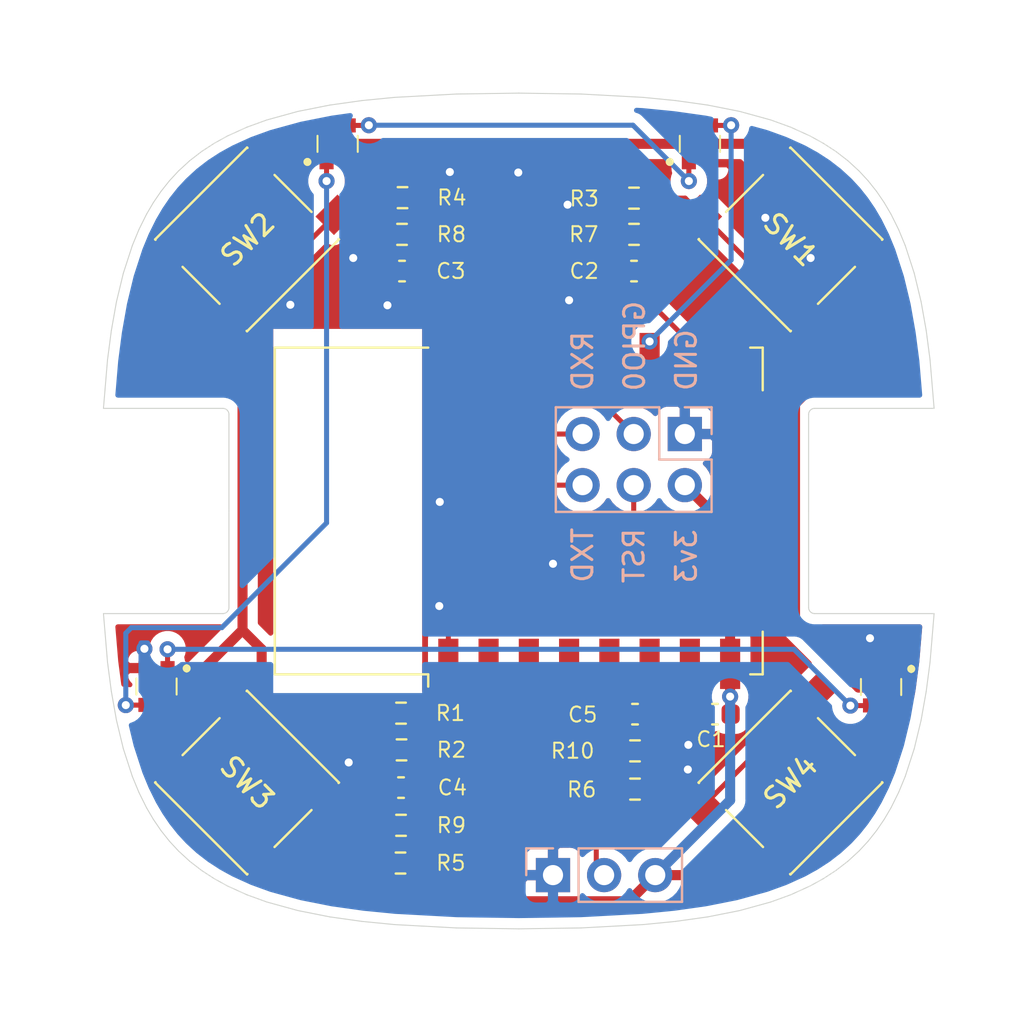
<source format=kicad_pcb>
(kicad_pcb (version 20171130) (host pcbnew 5.1.9-73d0e3b20d~88~ubuntu20.04.1)

  (general
    (thickness 1.6)
    (drawings 114)
    (tracks 149)
    (zones 0)
    (modules 26)
    (nets 31)
  )

  (page A4)
  (title_block
    (title "LKF INSERT FRONT PCB")
    (date 2021-02-22)
    (rev 0.0.1)
  )

  (layers
    (0 F.Cu signal)
    (31 B.Cu signal)
    (32 B.Adhes user)
    (33 F.Adhes user)
    (34 B.Paste user)
    (35 F.Paste user)
    (36 B.SilkS user)
    (37 F.SilkS user)
    (38 B.Mask user)
    (39 F.Mask user)
    (40 Dwgs.User user)
    (41 Cmts.User user)
    (42 Eco1.User user)
    (43 Eco2.User user)
    (44 Edge.Cuts user)
    (45 Margin user)
    (46 B.CrtYd user hide)
    (47 F.CrtYd user)
    (48 B.Fab user)
    (49 F.Fab user hide)
  )

  (setup
    (last_trace_width 1.2)
    (user_trace_width 0.5)
    (user_trace_width 1.2)
    (trace_clearance 0.2)
    (zone_clearance 0.508)
    (zone_45_only no)
    (trace_min 0.2)
    (via_size 0.8)
    (via_drill 0.4)
    (via_min_size 0.4)
    (via_min_drill 0.3)
    (uvia_size 0.3)
    (uvia_drill 0.1)
    (uvias_allowed no)
    (uvia_min_size 0.2)
    (uvia_min_drill 0.1)
    (edge_width 0.05)
    (segment_width 0.2)
    (pcb_text_width 0.3)
    (pcb_text_size 1.5 1.5)
    (mod_edge_width 0.12)
    (mod_text_size 1 1)
    (mod_text_width 0.15)
    (pad_size 1 1)
    (pad_drill 0)
    (pad_to_mask_clearance 0.051)
    (solder_mask_min_width 0.25)
    (aux_axis_origin 0 0)
    (grid_origin 78.3 43.85)
    (visible_elements FFFFFF7F)
    (pcbplotparams
      (layerselection 0x010fc_ffffffff)
      (usegerberextensions false)
      (usegerberattributes false)
      (usegerberadvancedattributes false)
      (creategerberjobfile false)
      (excludeedgelayer true)
      (linewidth 0.100000)
      (plotframeref false)
      (viasonmask false)
      (mode 1)
      (useauxorigin false)
      (hpglpennumber 1)
      (hpglpenspeed 20)
      (hpglpendiameter 15.000000)
      (psnegative false)
      (psa4output false)
      (plotreference true)
      (plotvalue true)
      (plotinvisibletext false)
      (padsonsilk false)
      (subtractmaskfromsilk false)
      (outputformat 1)
      (mirror false)
      (drillshape 1)
      (scaleselection 1)
      (outputdirectory ""))
  )

  (net 0 "")
  (net 1 GND)
  (net 2 +3V3)
  (net 3 /SW1)
  (net 4 /SW2)
  (net 5 /SW3)
  (net 6 /SW4)
  (net 7 "Net-(R2-Pad1)")
  (net 8 "Net-(R3-Pad2)")
  (net 9 "Net-(R4-Pad2)")
  (net 10 "Net-(R5-Pad2)")
  (net 11 "Net-(R6-Pad2)")
  (net 12 "Net-(U1-Pad14)")
  (net 13 "Net-(U1-Pad13)")
  (net 14 "Net-(U1-Pad10)")
  (net 15 "Net-(U1-Pad9)")
  (net 16 "Net-(U1-Pad7)")
  (net 17 "Net-(U1-Pad2)")
  (net 18 /LED_CTRL)
  (net 19 /AC_PWR_CTRL)
  (net 20 "Net-(LED1-Pad1)")
  (net 21 "Net-(LED2-Pad1)")
  (net 22 "Net-(LED3-Pad1)")
  (net 23 "Net-(LED4-Pad1)")
  (net 24 "Net-(U1-Pad19)")
  (net 25 "Net-(U1-Pad12)")
  (net 26 "Net-(U1-Pad11)")
  (net 27 /TXD)
  (net 28 /RXD)
  (net 29 /RST)
  (net 30 /GPIO0)

  (net_class Default "This is the default net class."
    (clearance 0.2)
    (trace_width 0.25)
    (via_dia 0.8)
    (via_drill 0.4)
    (uvia_dia 0.3)
    (uvia_drill 0.1)
    (add_net +3V3)
    (add_net /AC_PWR_CTRL)
    (add_net /GPIO0)
    (add_net /LED_CTRL)
    (add_net /RST)
    (add_net /RXD)
    (add_net /SW1)
    (add_net /SW2)
    (add_net /SW3)
    (add_net /SW4)
    (add_net /TXD)
    (add_net GND)
    (add_net "Net-(LED1-Pad1)")
    (add_net "Net-(LED2-Pad1)")
    (add_net "Net-(LED3-Pad1)")
    (add_net "Net-(LED4-Pad1)")
    (add_net "Net-(R2-Pad1)")
    (add_net "Net-(R3-Pad2)")
    (add_net "Net-(R4-Pad2)")
    (add_net "Net-(R5-Pad2)")
    (add_net "Net-(R6-Pad2)")
    (add_net "Net-(U1-Pad10)")
    (add_net "Net-(U1-Pad11)")
    (add_net "Net-(U1-Pad12)")
    (add_net "Net-(U1-Pad13)")
    (add_net "Net-(U1-Pad14)")
    (add_net "Net-(U1-Pad19)")
    (add_net "Net-(U1-Pad2)")
    (add_net "Net-(U1-Pad7)")
    (add_net "Net-(U1-Pad9)")
  )

  (module Connector_PinSocket_2.54mm:PinSocket_2x03_P2.54mm_Vertical (layer B.Cu) (tedit 5A19A425) (tstamp 603A678D)
    (at 86.55 40.025 90)
    (descr "Through hole straight socket strip, 2x03, 2.54mm pitch, double cols (from Kicad 4.0.7), script generated")
    (tags "Through hole socket strip THT 2x03 2.54mm double row")
    (path /605AED87)
    (fp_text reference J7 (at -1.27 2.77 90) (layer B.SilkS) hide
      (effects (font (size 1 1) (thickness 0.15)) (justify mirror))
    )
    (fp_text value Prog_Conn (at -1.27 -7.85 90) (layer B.Fab)
      (effects (font (size 1 1) (thickness 0.15)) (justify mirror))
    )
    (fp_text user %R (at -1.27 -2.54 180) (layer B.Fab)
      (effects (font (size 1 1) (thickness 0.15)) (justify mirror))
    )
    (fp_line (start -3.81 1.27) (end 0.27 1.27) (layer B.Fab) (width 0.1))
    (fp_line (start 0.27 1.27) (end 1.27 0.27) (layer B.Fab) (width 0.1))
    (fp_line (start 1.27 0.27) (end 1.27 -6.35) (layer B.Fab) (width 0.1))
    (fp_line (start 1.27 -6.35) (end -3.81 -6.35) (layer B.Fab) (width 0.1))
    (fp_line (start -3.81 -6.35) (end -3.81 1.27) (layer B.Fab) (width 0.1))
    (fp_line (start -3.87 1.33) (end -1.27 1.33) (layer B.SilkS) (width 0.12))
    (fp_line (start -3.87 1.33) (end -3.87 -6.41) (layer B.SilkS) (width 0.12))
    (fp_line (start -3.87 -6.41) (end 1.33 -6.41) (layer B.SilkS) (width 0.12))
    (fp_line (start 1.33 -1.27) (end 1.33 -6.41) (layer B.SilkS) (width 0.12))
    (fp_line (start -1.27 -1.27) (end 1.33 -1.27) (layer B.SilkS) (width 0.12))
    (fp_line (start -1.27 1.33) (end -1.27 -1.27) (layer B.SilkS) (width 0.12))
    (fp_line (start 1.33 1.33) (end 1.33 0) (layer B.SilkS) (width 0.12))
    (fp_line (start 0 1.33) (end 1.33 1.33) (layer B.SilkS) (width 0.12))
    (fp_line (start -4.34 1.8) (end 1.76 1.8) (layer B.CrtYd) (width 0.05))
    (fp_line (start 1.76 1.8) (end 1.76 -6.85) (layer B.CrtYd) (width 0.05))
    (fp_line (start 1.76 -6.85) (end -4.34 -6.85) (layer B.CrtYd) (width 0.05))
    (fp_line (start -4.34 -6.85) (end -4.34 1.8) (layer B.CrtYd) (width 0.05))
    (pad 6 thru_hole oval (at -2.54 -5.08 90) (size 1.7 1.7) (drill 1) (layers *.Cu *.Mask)
      (net 27 /TXD))
    (pad 5 thru_hole oval (at 0 -5.08 90) (size 1.7 1.7) (drill 1) (layers *.Cu *.Mask)
      (net 28 /RXD))
    (pad 4 thru_hole oval (at -2.54 -2.54 90) (size 1.7 1.7) (drill 1) (layers *.Cu *.Mask)
      (net 29 /RST))
    (pad 3 thru_hole oval (at 0 -2.54 90) (size 1.7 1.7) (drill 1) (layers *.Cu *.Mask)
      (net 30 /GPIO0))
    (pad 2 thru_hole oval (at -2.54 0 90) (size 1.7 1.7) (drill 1) (layers *.Cu *.Mask)
      (net 2 +3V3))
    (pad 1 thru_hole rect (at 0 0 90) (size 1.7 1.7) (drill 1) (layers *.Cu *.Mask)
      (net 1 GND))
    (model ${KISYS3DMOD}/Connector_PinSocket_2.54mm.3dshapes/PinSocket_2x03_P2.54mm_Vertical.wrl
      (at (xyz 0 0 0))
      (scale (xyz 1 1 1))
      (rotate (xyz 0 0 0))
    )
  )

  (module Capacitor_SMD:C_0603_1608Metric (layer F.Cu) (tedit 5F68FEEE) (tstamp 6039FD2E)
    (at 88.05 53.95 180)
    (descr "Capacitor SMD 0603 (1608 Metric), square (rectangular) end terminal, IPC_7351 nominal, (Body size source: IPC-SM-782 page 76, https://www.pcb-3d.com/wordpress/wp-content/uploads/ipc-sm-782a_amendment_1_and_2.pdf), generated with kicad-footprint-generator")
    (tags capacitor)
    (path /5FED2E40)
    (attr smd)
    (fp_text reference C1 (at 0.2 -1.25 180) (layer F.SilkS)
      (effects (font (size 0.75 0.75) (thickness 0.1)))
    )
    (fp_text value 10µF (at 0 1.43) (layer F.Fab)
      (effects (font (size 1 1) (thickness 0.15)))
    )
    (fp_line (start 1.48 0.73) (end -1.48 0.73) (layer F.CrtYd) (width 0.05))
    (fp_line (start 1.48 -0.73) (end 1.48 0.73) (layer F.CrtYd) (width 0.05))
    (fp_line (start -1.48 -0.73) (end 1.48 -0.73) (layer F.CrtYd) (width 0.05))
    (fp_line (start -1.48 0.73) (end -1.48 -0.73) (layer F.CrtYd) (width 0.05))
    (fp_line (start -0.14058 0.51) (end 0.14058 0.51) (layer F.SilkS) (width 0.12))
    (fp_line (start -0.14058 -0.51) (end 0.14058 -0.51) (layer F.SilkS) (width 0.12))
    (fp_line (start 0.8 0.4) (end -0.8 0.4) (layer F.Fab) (width 0.1))
    (fp_line (start 0.8 -0.4) (end 0.8 0.4) (layer F.Fab) (width 0.1))
    (fp_line (start -0.8 -0.4) (end 0.8 -0.4) (layer F.Fab) (width 0.1))
    (fp_line (start -0.8 0.4) (end -0.8 -0.4) (layer F.Fab) (width 0.1))
    (fp_text user %R (at 0 0) (layer F.Fab)
      (effects (font (size 0.4 0.4) (thickness 0.06)))
    )
    (pad 2 smd roundrect (at 0.775 0 180) (size 0.9 0.95) (layers F.Cu F.Paste F.Mask) (roundrect_rratio 0.25)
      (net 1 GND))
    (pad 1 smd roundrect (at -0.775 0 180) (size 0.9 0.95) (layers F.Cu F.Paste F.Mask) (roundrect_rratio 0.25)
      (net 2 +3V3))
    (model ${KISYS3DMOD}/Capacitor_SMD.3dshapes/C_0603_1608Metric.wrl
      (at (xyz 0 0 0))
      (scale (xyz 1 1 1))
      (rotate (xyz 0 0 0))
    )
  )

  (module WS2812C-2020:WS2812C2020 (layer F.Cu) (tedit 6039152E) (tstamp 6039C68A)
    (at 96.3 52.6 90)
    (descr WS2812C-2020-2)
    (tags LED)
    (path /6042FA4A)
    (attr smd)
    (fp_text reference LED4 (at 0 0 90) (layer F.SilkS) hide
      (effects (font (size 1.27 1.27) (thickness 0.254)))
    )
    (fp_text value WS2812C-2020_SW4 (at 0 0 90) (layer F.SilkS) hide
      (effects (font (size 1.27 1.27) (thickness 0.254)))
    )
    (fp_line (start -1.1 -1) (end 1.1 -1) (layer F.Fab) (width 0.2))
    (fp_line (start 1.1 -1) (end 1.1 1) (layer F.Fab) (width 0.2))
    (fp_line (start 1.1 1) (end -1.1 1) (layer F.Fab) (width 0.2))
    (fp_line (start -1.1 1) (end -1.1 -1) (layer F.Fab) (width 0.2))
    (fp_line (start -2.265 -2) (end 2.265 -2) (layer F.CrtYd) (width 0.1))
    (fp_line (start 2.265 -2) (end 2.265 2) (layer F.CrtYd) (width 0.1))
    (fp_line (start 2.265 2) (end -2.265 2) (layer F.CrtYd) (width 0.1))
    (fp_line (start -2.265 2) (end -2.265 -2) (layer F.CrtYd) (width 0.1))
    (fp_line (start -0.4 -1) (end 0.4 -1) (layer F.SilkS) (width 0.1))
    (fp_line (start -0.4 1) (end 0.4 1) (layer F.SilkS) (width 0.1))
    (fp_line (start 0.8 1.5) (end 0.8 1.5) (layer F.SilkS) (width 0.2))
    (fp_line (start 1 1.5) (end 1 1.5) (layer F.SilkS) (width 0.2))
    (fp_arc (start 0.9 1.5) (end 1 1.5) (angle -180) (layer F.SilkS) (width 0.2))
    (fp_arc (start 0.9 1.5) (end 0.8 1.5) (angle -180) (layer F.SilkS) (width 0.2))
    (fp_text user %R (at 0 0 90) (layer F.Fab)
      (effects (font (size 1.27 1.27) (thickness 0.254)))
    )
    (pad 4 smd rect (at -0.915 0.55 180) (size 0.7 0.7) (layers F.Cu F.Paste F.Mask)
      (net 2 +3V3))
    (pad 3 smd rect (at -0.915 -0.55 180) (size 0.7 0.7) (layers F.Cu F.Paste F.Mask)
      (net 22 "Net-(LED3-Pad1)"))
    (pad 2 smd rect (at 0.915 -0.55 180) (size 0.7 0.7) (layers F.Cu F.Paste F.Mask)
      (net 1 GND))
    (pad 1 smd rect (at 0.915 0.55 180) (size 0.7 0.7) (layers F.Cu F.Paste F.Mask)
      (net 23 "Net-(LED4-Pad1)"))
    (model ${KIPRJMOD}/../../../utilities/kicad-libs/WS2812C-2020/WS2812C-2020.models/WS2812C-2020.stp
      (at (xyz 0 0 0))
      (scale (xyz 1 1 1))
      (rotate (xyz 0 0 0))
    )
  )

  (module WS2812C-2020:WS2812C2020 (layer F.Cu) (tedit 6039152E) (tstamp 6039A386)
    (at 60.3 52.575 90)
    (descr WS2812C-2020-2)
    (tags LED)
    (path /6042F6FE)
    (attr smd)
    (fp_text reference LED3 (at 0 0 90) (layer F.SilkS) hide
      (effects (font (size 1.27 1.27) (thickness 0.254)))
    )
    (fp_text value WS2812C-2020_SW3 (at 0 0 90) (layer F.SilkS) hide
      (effects (font (size 1.27 1.27) (thickness 0.254)))
    )
    (fp_line (start -1.1 -1) (end 1.1 -1) (layer F.Fab) (width 0.2))
    (fp_line (start 1.1 -1) (end 1.1 1) (layer F.Fab) (width 0.2))
    (fp_line (start 1.1 1) (end -1.1 1) (layer F.Fab) (width 0.2))
    (fp_line (start -1.1 1) (end -1.1 -1) (layer F.Fab) (width 0.2))
    (fp_line (start -2.265 -2) (end 2.265 -2) (layer F.CrtYd) (width 0.1))
    (fp_line (start 2.265 -2) (end 2.265 2) (layer F.CrtYd) (width 0.1))
    (fp_line (start 2.265 2) (end -2.265 2) (layer F.CrtYd) (width 0.1))
    (fp_line (start -2.265 2) (end -2.265 -2) (layer F.CrtYd) (width 0.1))
    (fp_line (start -0.4 -1) (end 0.4 -1) (layer F.SilkS) (width 0.1))
    (fp_line (start -0.4 1) (end 0.4 1) (layer F.SilkS) (width 0.1))
    (fp_line (start 0.8 1.5) (end 0.8 1.5) (layer F.SilkS) (width 0.2))
    (fp_line (start 1 1.5) (end 1 1.5) (layer F.SilkS) (width 0.2))
    (fp_arc (start 0.9 1.5) (end 1 1.5) (angle -180) (layer F.SilkS) (width 0.2))
    (fp_arc (start 0.9 1.5) (end 0.8 1.5) (angle -180) (layer F.SilkS) (width 0.2))
    (fp_text user %R (at 0 0 90) (layer F.Fab)
      (effects (font (size 1.27 1.27) (thickness 0.254)))
    )
    (pad 4 smd rect (at -0.915 0.55 180) (size 0.7 0.7) (layers F.Cu F.Paste F.Mask)
      (net 2 +3V3))
    (pad 3 smd rect (at -0.915 -0.55 180) (size 0.7 0.7) (layers F.Cu F.Paste F.Mask)
      (net 21 "Net-(LED2-Pad1)"))
    (pad 2 smd rect (at 0.915 -0.55 180) (size 0.7 0.7) (layers F.Cu F.Paste F.Mask)
      (net 1 GND))
    (pad 1 smd rect (at 0.915 0.55 180) (size 0.7 0.7) (layers F.Cu F.Paste F.Mask)
      (net 22 "Net-(LED3-Pad1)"))
    (model ${KIPRJMOD}/../../../utilities/kicad-libs/WS2812C-2020/WS2812C-2020.models/WS2812C-2020.stp
      (at (xyz 0 0 0))
      (scale (xyz 1 1 1))
      (rotate (xyz 0 0 0))
    )
  )

  (module WS2812C-2020:WS2812C2020 (layer F.Cu) (tedit 6039152E) (tstamp 6039B07A)
    (at 69.3 25.6 270)
    (descr WS2812C-2020-2)
    (tags LED)
    (path /6042F3AD)
    (attr smd)
    (fp_text reference LED2 (at 0 0) (layer F.SilkS) hide
      (effects (font (size 1.27 1.27) (thickness 0.254)))
    )
    (fp_text value WS2812C-2020_SW2 (at 0 0 90) (layer F.SilkS) hide
      (effects (font (size 1.27 1.27) (thickness 0.254)))
    )
    (fp_line (start -1.1 -1) (end 1.1 -1) (layer F.Fab) (width 0.2))
    (fp_line (start 1.1 -1) (end 1.1 1) (layer F.Fab) (width 0.2))
    (fp_line (start 1.1 1) (end -1.1 1) (layer F.Fab) (width 0.2))
    (fp_line (start -1.1 1) (end -1.1 -1) (layer F.Fab) (width 0.2))
    (fp_line (start -2.265 -2) (end 2.265 -2) (layer F.CrtYd) (width 0.1))
    (fp_line (start 2.265 -2) (end 2.265 2) (layer F.CrtYd) (width 0.1))
    (fp_line (start 2.265 2) (end -2.265 2) (layer F.CrtYd) (width 0.1))
    (fp_line (start -2.265 2) (end -2.265 -2) (layer F.CrtYd) (width 0.1))
    (fp_line (start -0.4 -1) (end 0.4 -1) (layer F.SilkS) (width 0.1))
    (fp_line (start -0.4 1) (end 0.4 1) (layer F.SilkS) (width 0.1))
    (fp_line (start 0.8 1.5) (end 0.8 1.5) (layer F.SilkS) (width 0.2))
    (fp_line (start 1 1.5) (end 1 1.5) (layer F.SilkS) (width 0.2))
    (fp_arc (start 0.9 1.5) (end 1 1.5) (angle -180) (layer F.SilkS) (width 0.2))
    (fp_arc (start 0.9 1.5) (end 0.8 1.5) (angle -180) (layer F.SilkS) (width 0.2))
    (fp_text user %R (at 0 0 90) (layer F.Fab)
      (effects (font (size 1.27 1.27) (thickness 0.254)))
    )
    (pad 4 smd rect (at -0.915 0.55) (size 0.7 0.7) (layers F.Cu F.Paste F.Mask)
      (net 2 +3V3))
    (pad 3 smd rect (at -0.915 -0.55) (size 0.7 0.7) (layers F.Cu F.Paste F.Mask)
      (net 20 "Net-(LED1-Pad1)"))
    (pad 2 smd rect (at 0.915 -0.55) (size 0.7 0.7) (layers F.Cu F.Paste F.Mask)
      (net 1 GND))
    (pad 1 smd rect (at 0.915 0.55) (size 0.7 0.7) (layers F.Cu F.Paste F.Mask)
      (net 21 "Net-(LED2-Pad1)"))
    (model ${KIPRJMOD}/../../../utilities/kicad-libs/WS2812C-2020/WS2812C-2020.models/WS2812C-2020.stp
      (at (xyz 0 0 0))
      (scale (xyz 1 1 1))
      (rotate (xyz 0 0 0))
    )
  )

  (module WS2812C-2020:WS2812C2020 (layer F.Cu) (tedit 6039152E) (tstamp 603A4330)
    (at 87.3 25.6 270)
    (descr WS2812C-2020-2)
    (tags LED)
    (path /60413EC5)
    (attr smd)
    (fp_text reference LED1 (at 0 0 90) (layer F.SilkS) hide
      (effects (font (size 1.27 1.27) (thickness 0.254)))
    )
    (fp_text value WS2812C-2020_SW1 (at 0 0 90) (layer F.SilkS) hide
      (effects (font (size 1.27 1.27) (thickness 0.254)))
    )
    (fp_line (start -1.1 -1) (end 1.1 -1) (layer F.Fab) (width 0.2))
    (fp_line (start 1.1 -1) (end 1.1 1) (layer F.Fab) (width 0.2))
    (fp_line (start 1.1 1) (end -1.1 1) (layer F.Fab) (width 0.2))
    (fp_line (start -1.1 1) (end -1.1 -1) (layer F.Fab) (width 0.2))
    (fp_line (start -2.265 -2) (end 2.265 -2) (layer F.CrtYd) (width 0.1))
    (fp_line (start 2.265 -2) (end 2.265 2) (layer F.CrtYd) (width 0.1))
    (fp_line (start 2.265 2) (end -2.265 2) (layer F.CrtYd) (width 0.1))
    (fp_line (start -2.265 2) (end -2.265 -2) (layer F.CrtYd) (width 0.1))
    (fp_line (start -0.4 -1) (end 0.4 -1) (layer F.SilkS) (width 0.1))
    (fp_line (start -0.4 1) (end 0.4 1) (layer F.SilkS) (width 0.1))
    (fp_line (start 0.8 1.5) (end 0.8 1.5) (layer F.SilkS) (width 0.2))
    (fp_line (start 1 1.5) (end 1 1.5) (layer F.SilkS) (width 0.2))
    (fp_arc (start 0.9 1.5) (end 1 1.5) (angle -180) (layer F.SilkS) (width 0.2))
    (fp_arc (start 0.9 1.5) (end 0.8 1.5) (angle -180) (layer F.SilkS) (width 0.2))
    (fp_text user %R (at 0 0 90) (layer F.Fab)
      (effects (font (size 1.27 1.27) (thickness 0.254)))
    )
    (pad 4 smd rect (at -0.915 0.55) (size 0.7 0.7) (layers F.Cu F.Paste F.Mask)
      (net 2 +3V3))
    (pad 3 smd rect (at -0.915 -0.55) (size 0.7 0.7) (layers F.Cu F.Paste F.Mask)
      (net 18 /LED_CTRL))
    (pad 2 smd rect (at 0.915 -0.55) (size 0.7 0.7) (layers F.Cu F.Paste F.Mask)
      (net 1 GND))
    (pad 1 smd rect (at 0.915 0.55) (size 0.7 0.7) (layers F.Cu F.Paste F.Mask)
      (net 20 "Net-(LED1-Pad1)"))
    (model ${KIPRJMOD}/../../../utilities/kicad-libs/WS2812C-2020/WS2812C-2020.models/WS2812C-2020.stp
      (at (xyz 0 0 0))
      (scale (xyz 1 1 1))
      (rotate (xyz 0 0 0))
    )
  )

  (module RF_Module:ESP-12E locked (layer F.Cu) (tedit 5A030172) (tstamp 6035897A)
    (at 78.3 43.85 90)
    (descr "Wi-Fi Module, http://wiki.ai-thinker.com/_media/esp8266/docs/aithinker_esp_12f_datasheet_en.pdf")
    (tags "Wi-Fi Module")
    (path /6038C41F)
    (attr smd)
    (fp_text reference U1 (at -9.075 -5.5 180) (layer F.SilkS) hide
      (effects (font (size 1 1) (thickness 0.15)))
    )
    (fp_text value ESP-12F (at -0.06 -12.78 90) (layer F.Fab)
      (effects (font (size 1 1) (thickness 0.15)))
    )
    (fp_line (start 5.56 -4.8) (end 8.12 -7.36) (layer Dwgs.User) (width 0.12))
    (fp_line (start 2.56 -4.8) (end 8.12 -10.36) (layer Dwgs.User) (width 0.12))
    (fp_line (start -0.44 -4.8) (end 6.88 -12.12) (layer Dwgs.User) (width 0.12))
    (fp_line (start -3.44 -4.8) (end 3.88 -12.12) (layer Dwgs.User) (width 0.12))
    (fp_line (start -6.44 -4.8) (end 0.88 -12.12) (layer Dwgs.User) (width 0.12))
    (fp_line (start -8.12 -6.12) (end -2.12 -12.12) (layer Dwgs.User) (width 0.12))
    (fp_line (start -8.12 -9.12) (end -5.12 -12.12) (layer Dwgs.User) (width 0.12))
    (fp_line (start -8.12 -4.8) (end -8.12 -12.12) (layer Dwgs.User) (width 0.12))
    (fp_line (start 8.12 -4.8) (end -8.12 -4.8) (layer Dwgs.User) (width 0.12))
    (fp_line (start 8.12 -12.12) (end 8.12 -4.8) (layer Dwgs.User) (width 0.12))
    (fp_line (start -8.12 -12.12) (end 8.12 -12.12) (layer Dwgs.User) (width 0.12))
    (fp_line (start -8.12 -4.5) (end -8.73 -4.5) (layer F.SilkS) (width 0.12))
    (fp_line (start -8.12 -4.5) (end -8.12 -12.12) (layer F.SilkS) (width 0.12))
    (fp_line (start -8.12 12.12) (end -8.12 11.5) (layer F.SilkS) (width 0.12))
    (fp_line (start -6 12.12) (end -8.12 12.12) (layer F.SilkS) (width 0.12))
    (fp_line (start 8.12 12.12) (end 6 12.12) (layer F.SilkS) (width 0.12))
    (fp_line (start 8.12 11.5) (end 8.12 12.12) (layer F.SilkS) (width 0.12))
    (fp_line (start 8.12 -12.12) (end 8.12 -4.5) (layer F.SilkS) (width 0.12))
    (fp_line (start -8.12 -12.12) (end 8.12 -12.12) (layer F.SilkS) (width 0.12))
    (fp_line (start -9.05 13.1) (end -9.05 -12.2) (layer F.CrtYd) (width 0.05))
    (fp_line (start 9.05 13.1) (end -9.05 13.1) (layer F.CrtYd) (width 0.05))
    (fp_line (start 9.05 -12.2) (end 9.05 13.1) (layer F.CrtYd) (width 0.05))
    (fp_line (start -9.05 -12.2) (end 9.05 -12.2) (layer F.CrtYd) (width 0.05))
    (fp_line (start -8 -4) (end -8 -12) (layer F.Fab) (width 0.12))
    (fp_line (start -7.5 -3.5) (end -8 -4) (layer F.Fab) (width 0.12))
    (fp_line (start -8 -3) (end -7.5 -3.5) (layer F.Fab) (width 0.12))
    (fp_line (start -8 12) (end -8 -3) (layer F.Fab) (width 0.12))
    (fp_line (start 8 12) (end -8 12) (layer F.Fab) (width 0.12))
    (fp_line (start 8 -12) (end 8 12) (layer F.Fab) (width 0.12))
    (fp_line (start -8 -12) (end 8 -12) (layer F.Fab) (width 0.12))
    (fp_text user %R (at 0.49 -0.8 90) (layer F.Fab)
      (effects (font (size 1 1) (thickness 0.15)))
    )
    (fp_text user "KEEP-OUT ZONE" (at 0.03 -9.55 270) (layer Cmts.User)
      (effects (font (size 1 1) (thickness 0.15)))
    )
    (fp_text user Antenna (at -0.06 -7 270) (layer Cmts.User)
      (effects (font (size 1 1) (thickness 0.15)))
    )
    (pad 22 smd rect (at 7.6 -3.5 90) (size 2.5 1) (layers F.Cu F.Paste F.Mask)
      (net 27 /TXD))
    (pad 21 smd rect (at 7.6 -1.5 90) (size 2.5 1) (layers F.Cu F.Paste F.Mask)
      (net 28 /RXD))
    (pad 20 smd rect (at 7.6 0.5 90) (size 2.5 1) (layers F.Cu F.Paste F.Mask)
      (net 4 /SW2))
    (pad 19 smd rect (at 7.6 2.5 90) (size 2.5 1) (layers F.Cu F.Paste F.Mask)
      (net 24 "Net-(U1-Pad19)"))
    (pad 18 smd rect (at 7.6 4.5 90) (size 2.5 1) (layers F.Cu F.Paste F.Mask)
      (net 30 /GPIO0))
    (pad 17 smd rect (at 7.6 6.5 90) (size 2.5 1) (layers F.Cu F.Paste F.Mask)
      (net 18 /LED_CTRL))
    (pad 16 smd rect (at 7.6 8.5 90) (size 2.5 1) (layers F.Cu F.Paste F.Mask)
      (net 3 /SW1))
    (pad 15 smd rect (at 7.6 10.5 90) (size 2.5 1) (layers F.Cu F.Paste F.Mask)
      (net 1 GND))
    (pad 14 smd rect (at 5 12 90) (size 1 1.8) (layers F.Cu F.Paste F.Mask)
      (net 12 "Net-(U1-Pad14)"))
    (pad 13 smd rect (at 3 12 90) (size 1 1.8) (layers F.Cu F.Paste F.Mask)
      (net 13 "Net-(U1-Pad13)"))
    (pad 12 smd rect (at 1 12 90) (size 1 1.8) (layers F.Cu F.Paste F.Mask)
      (net 25 "Net-(U1-Pad12)"))
    (pad 11 smd rect (at -1 12 90) (size 1 1.8) (layers F.Cu F.Paste F.Mask)
      (net 26 "Net-(U1-Pad11)"))
    (pad 10 smd rect (at -3 12 90) (size 1 1.8) (layers F.Cu F.Paste F.Mask)
      (net 14 "Net-(U1-Pad10)"))
    (pad 9 smd rect (at -5 12 90) (size 1 1.8) (layers F.Cu F.Paste F.Mask)
      (net 15 "Net-(U1-Pad9)"))
    (pad 8 smd rect (at -7.6 10.5 90) (size 2.5 1) (layers F.Cu F.Paste F.Mask)
      (net 2 +3V3))
    (pad 7 smd rect (at -7.6 8.5 90) (size 2.5 1) (layers F.Cu F.Paste F.Mask)
      (net 16 "Net-(U1-Pad7)"))
    (pad 6 smd rect (at -7.6 6.5 90) (size 2.5 1) (layers F.Cu F.Paste F.Mask)
      (net 6 /SW4))
    (pad 5 smd rect (at -7.6 4.5 90) (size 2.5 1) (layers F.Cu F.Paste F.Mask)
      (net 19 /AC_PWR_CTRL))
    (pad 4 smd rect (at -7.6 2.5 90) (size 2.5 1) (layers F.Cu F.Paste F.Mask)
      (net 5 /SW3))
    (pad 3 smd rect (at -7.6 0.5 90) (size 2.5 1) (layers F.Cu F.Paste F.Mask)
      (net 7 "Net-(R2-Pad1)"))
    (pad 2 smd rect (at -7.6 -1.5 90) (size 2.5 1) (layers F.Cu F.Paste F.Mask)
      (net 17 "Net-(U1-Pad2)"))
    (pad 1 smd rect (at -7.6 -3.5 90) (size 2.5 1) (layers F.Cu F.Paste F.Mask)
      (net 29 /RST))
    (model ${KISYS3DMOD}/RF_Module.3dshapes/ESP-12E.wrl
      (at (xyz 0 0 0))
      (scale (xyz 1 1 1))
      (rotate (xyz 0 0 0))
    )
  )

  (module Button_Switch_SMD:SW_SPST_PTS645 locked (layer F.Cu) (tedit 5A02FC95) (tstamp 60354B1E)
    (at 91.8 57.35 225)
    (descr "C&K Components SPST SMD PTS645 Series 6mm Tact Switch")
    (tags "SPST Button Switch")
    (path /601D019F)
    (attr smd)
    (fp_text reference SW4 (at -0.017678 0.017678 45) (layer F.SilkS)
      (effects (font (size 1 1) (thickness 0.15)))
    )
    (fp_text value SW_Push (at 0 4.15 315) (layer F.Fab)
      (effects (font (size 1 1) (thickness 0.15)))
    )
    (fp_circle (center 0 0) (end 1.75 -0.05) (layer F.Fab) (width 0.1))
    (fp_line (start -3.23 3.23) (end 3.23 3.23) (layer F.SilkS) (width 0.12))
    (fp_line (start -3.23 -1.3) (end -3.23 1.3) (layer F.SilkS) (width 0.12))
    (fp_line (start -3.23 -3.23) (end 3.23 -3.23) (layer F.SilkS) (width 0.12))
    (fp_line (start 3.23 -1.3) (end 3.23 1.3) (layer F.SilkS) (width 0.12))
    (fp_line (start -3.23 -3.2) (end -3.23 -3.23) (layer F.SilkS) (width 0.12))
    (fp_line (start -3.23 3.23) (end -3.23 3.2) (layer F.SilkS) (width 0.12))
    (fp_line (start 3.23 3.23) (end 3.23 3.2) (layer F.SilkS) (width 0.12))
    (fp_line (start 3.23 -3.23) (end 3.23 -3.2) (layer F.SilkS) (width 0.12))
    (fp_line (start -5.05 -3.4) (end 5.05 -3.4) (layer F.CrtYd) (width 0.05))
    (fp_line (start -5.05 3.4) (end 5.05 3.4) (layer F.CrtYd) (width 0.05))
    (fp_line (start -5.05 -3.4) (end -5.05 3.4) (layer F.CrtYd) (width 0.05))
    (fp_line (start 5.05 3.4) (end 5.05 -3.4) (layer F.CrtYd) (width 0.05))
    (fp_line (start 3 -3) (end -3 -3) (layer F.Fab) (width 0.1))
    (fp_line (start 3 3) (end 3 -3) (layer F.Fab) (width 0.1))
    (fp_line (start -3 3) (end 3 3) (layer F.Fab) (width 0.1))
    (fp_line (start -3 -3) (end -3 3) (layer F.Fab) (width 0.1))
    (fp_text user %R (at 0 -4.05 225) (layer F.Fab)
      (effects (font (size 1 1) (thickness 0.15)))
    )
    (pad 2 smd rect (at 3.98 2.25 225) (size 1.55 1.3) (layers F.Cu F.Paste F.Mask)
      (net 11 "Net-(R6-Pad2)"))
    (pad 1 smd rect (at 3.98 -2.25 225) (size 1.55 1.3) (layers F.Cu F.Paste F.Mask)
      (net 2 +3V3))
    (pad 1 smd rect (at -3.98 -2.25 225) (size 1.55 1.3) (layers F.Cu F.Paste F.Mask)
      (net 2 +3V3))
    (pad 2 smd rect (at -3.98 2.25 225) (size 1.55 1.3) (layers F.Cu F.Paste F.Mask)
      (net 11 "Net-(R6-Pad2)"))
    (model ${KISYS3DMOD}/Button_Switch_SMD.3dshapes/SW_SPST_PTS645.wrl
      (at (xyz 0 0 0))
      (scale (xyz 1 1 1))
      (rotate (xyz 0 0 0))
    )
  )

  (module Button_Switch_SMD:SW_SPST_PTS645 locked (layer F.Cu) (tedit 5A02FC95) (tstamp 60354B69)
    (at 64.8 57.35 135)
    (descr "C&K Components SPST SMD PTS645 Series 6mm Tact Switch")
    (tags "SPST Button Switch")
    (path /601C52BD)
    (attr smd)
    (fp_text reference SW3 (at 0 0 315) (layer F.SilkS)
      (effects (font (size 1 1) (thickness 0.15)))
    )
    (fp_text value SW_Push (at 0 4.15 225) (layer F.Fab)
      (effects (font (size 1 1) (thickness 0.15)))
    )
    (fp_circle (center 0 0) (end 1.75 -0.05) (layer F.Fab) (width 0.1))
    (fp_line (start -3.23 3.23) (end 3.23 3.23) (layer F.SilkS) (width 0.12))
    (fp_line (start -3.23 -1.3) (end -3.23 1.3) (layer F.SilkS) (width 0.12))
    (fp_line (start -3.23 -3.23) (end 3.23 -3.23) (layer F.SilkS) (width 0.12))
    (fp_line (start 3.23 -1.3) (end 3.23 1.3) (layer F.SilkS) (width 0.12))
    (fp_line (start -3.23 -3.2) (end -3.23 -3.23) (layer F.SilkS) (width 0.12))
    (fp_line (start -3.23 3.23) (end -3.23 3.2) (layer F.SilkS) (width 0.12))
    (fp_line (start 3.23 3.23) (end 3.23 3.2) (layer F.SilkS) (width 0.12))
    (fp_line (start 3.23 -3.23) (end 3.23 -3.2) (layer F.SilkS) (width 0.12))
    (fp_line (start -5.05 -3.4) (end 5.05 -3.4) (layer F.CrtYd) (width 0.05))
    (fp_line (start -5.05 3.4) (end 5.05 3.4) (layer F.CrtYd) (width 0.05))
    (fp_line (start -5.05 -3.4) (end -5.05 3.4) (layer F.CrtYd) (width 0.05))
    (fp_line (start 5.05 3.4) (end 5.05 -3.4) (layer F.CrtYd) (width 0.05))
    (fp_line (start 3 -3) (end -3 -3) (layer F.Fab) (width 0.1))
    (fp_line (start 3 3) (end 3 -3) (layer F.Fab) (width 0.1))
    (fp_line (start -3 3) (end 3 3) (layer F.Fab) (width 0.1))
    (fp_line (start -3 -3) (end -3 3) (layer F.Fab) (width 0.1))
    (fp_text user %R (at 0 -4.05 135) (layer F.Fab)
      (effects (font (size 1 1) (thickness 0.15)))
    )
    (pad 2 smd rect (at 3.98 2.25 135) (size 1.55 1.3) (layers F.Cu F.Paste F.Mask)
      (net 10 "Net-(R5-Pad2)"))
    (pad 1 smd rect (at 3.98 -2.25 135) (size 1.55 1.3) (layers F.Cu F.Paste F.Mask)
      (net 2 +3V3))
    (pad 1 smd rect (at -3.98 -2.25 135) (size 1.55 1.3) (layers F.Cu F.Paste F.Mask)
      (net 2 +3V3))
    (pad 2 smd rect (at -3.98 2.25 135) (size 1.55 1.3) (layers F.Cu F.Paste F.Mask)
      (net 10 "Net-(R5-Pad2)"))
    (model ${KISYS3DMOD}/Button_Switch_SMD.3dshapes/SW_SPST_PTS645.wrl
      (at (xyz 0 0 0))
      (scale (xyz 1 1 1))
      (rotate (xyz 0 0 0))
    )
  )

  (module Button_Switch_SMD:SW_SPST_PTS645 locked (layer F.Cu) (tedit 5A02FC95) (tstamp 60354C14)
    (at 64.8 30.35 45)
    (descr "C&K Components SPST SMD PTS645 Series 6mm Tact Switch")
    (tags "SPST Button Switch")
    (path /5FEB37DB)
    (attr smd)
    (fp_text reference SW2 (at 0.017678 0.017678 45) (layer F.SilkS)
      (effects (font (size 1 1) (thickness 0.15)))
    )
    (fp_text value SW_Push (at 0 4.15 135) (layer F.Fab)
      (effects (font (size 1 1) (thickness 0.15)))
    )
    (fp_circle (center 0 0) (end 1.75 -0.05) (layer F.Fab) (width 0.1))
    (fp_line (start -3.23 3.23) (end 3.23 3.23) (layer F.SilkS) (width 0.12))
    (fp_line (start -3.23 -1.3) (end -3.23 1.3) (layer F.SilkS) (width 0.12))
    (fp_line (start -3.23 -3.23) (end 3.23 -3.23) (layer F.SilkS) (width 0.12))
    (fp_line (start 3.23 -1.3) (end 3.23 1.3) (layer F.SilkS) (width 0.12))
    (fp_line (start -3.23 -3.2) (end -3.23 -3.23) (layer F.SilkS) (width 0.12))
    (fp_line (start -3.23 3.23) (end -3.23 3.2) (layer F.SilkS) (width 0.12))
    (fp_line (start 3.23 3.23) (end 3.23 3.2) (layer F.SilkS) (width 0.12))
    (fp_line (start 3.23 -3.23) (end 3.23 -3.2) (layer F.SilkS) (width 0.12))
    (fp_line (start -5.05 -3.4) (end 5.05 -3.4) (layer F.CrtYd) (width 0.05))
    (fp_line (start -5.05 3.4) (end 5.05 3.4) (layer F.CrtYd) (width 0.05))
    (fp_line (start -5.05 -3.4) (end -5.05 3.4) (layer F.CrtYd) (width 0.05))
    (fp_line (start 5.05 3.4) (end 5.05 -3.4) (layer F.CrtYd) (width 0.05))
    (fp_line (start 3 -3) (end -3 -3) (layer F.Fab) (width 0.1))
    (fp_line (start 3 3) (end 3 -3) (layer F.Fab) (width 0.1))
    (fp_line (start -3 3) (end 3 3) (layer F.Fab) (width 0.1))
    (fp_line (start -3 -3) (end -3 3) (layer F.Fab) (width 0.1))
    (fp_text user %R (at 0 -4.05 45) (layer F.Fab)
      (effects (font (size 1 1) (thickness 0.15)))
    )
    (pad 2 smd rect (at 3.98 2.25 45) (size 1.55 1.3) (layers F.Cu F.Paste F.Mask)
      (net 9 "Net-(R4-Pad2)"))
    (pad 1 smd rect (at 3.98 -2.25 45) (size 1.55 1.3) (layers F.Cu F.Paste F.Mask)
      (net 2 +3V3))
    (pad 1 smd rect (at -3.98 -2.25 45) (size 1.55 1.3) (layers F.Cu F.Paste F.Mask)
      (net 2 +3V3))
    (pad 2 smd rect (at -3.98 2.25 45) (size 1.55 1.3) (layers F.Cu F.Paste F.Mask)
      (net 9 "Net-(R4-Pad2)"))
    (model ${KISYS3DMOD}/Button_Switch_SMD.3dshapes/SW_SPST_PTS645.wrl
      (at (xyz 0 0 0))
      (scale (xyz 1 1 1))
      (rotate (xyz 0 0 0))
    )
  )

  (module Button_Switch_SMD:SW_SPST_PTS645 locked (layer F.Cu) (tedit 5A02FC95) (tstamp 60354C5F)
    (at 91.8 30.35 315)
    (descr "C&K Components SPST SMD PTS645 Series 6mm Tact Switch")
    (tags "SPST Button Switch")
    (path /601BFA42)
    (attr smd)
    (fp_text reference SW1 (at 0 0 135) (layer F.SilkS)
      (effects (font (size 1 1) (thickness 0.15)))
    )
    (fp_text value SW_Push (at 0 4.15 45) (layer F.Fab)
      (effects (font (size 1 1) (thickness 0.15)))
    )
    (fp_circle (center 0 0) (end 1.75 -0.05) (layer F.Fab) (width 0.1))
    (fp_line (start -3.23 3.23) (end 3.23 3.23) (layer F.SilkS) (width 0.12))
    (fp_line (start -3.23 -1.3) (end -3.23 1.3) (layer F.SilkS) (width 0.12))
    (fp_line (start -3.23 -3.23) (end 3.23 -3.23) (layer F.SilkS) (width 0.12))
    (fp_line (start 3.23 -1.3) (end 3.23 1.3) (layer F.SilkS) (width 0.12))
    (fp_line (start -3.23 -3.2) (end -3.23 -3.23) (layer F.SilkS) (width 0.12))
    (fp_line (start -3.23 3.23) (end -3.23 3.2) (layer F.SilkS) (width 0.12))
    (fp_line (start 3.23 3.23) (end 3.23 3.2) (layer F.SilkS) (width 0.12))
    (fp_line (start 3.23 -3.23) (end 3.23 -3.2) (layer F.SilkS) (width 0.12))
    (fp_line (start -5.05 -3.4) (end 5.05 -3.4) (layer F.CrtYd) (width 0.05))
    (fp_line (start -5.05 3.4) (end 5.05 3.4) (layer F.CrtYd) (width 0.05))
    (fp_line (start -5.05 -3.4) (end -5.05 3.4) (layer F.CrtYd) (width 0.05))
    (fp_line (start 5.05 3.4) (end 5.05 -3.4) (layer F.CrtYd) (width 0.05))
    (fp_line (start 3 -3) (end -3 -3) (layer F.Fab) (width 0.1))
    (fp_line (start 3 3) (end 3 -3) (layer F.Fab) (width 0.1))
    (fp_line (start -3 3) (end 3 3) (layer F.Fab) (width 0.1))
    (fp_line (start -3 -3) (end -3 3) (layer F.Fab) (width 0.1))
    (fp_text user %R (at 0 -4.05 315) (layer F.Fab)
      (effects (font (size 1 1) (thickness 0.15)))
    )
    (pad 2 smd rect (at 3.98 2.25 315) (size 1.55 1.3) (layers F.Cu F.Paste F.Mask)
      (net 8 "Net-(R3-Pad2)"))
    (pad 1 smd rect (at 3.98 -2.25 315) (size 1.55 1.3) (layers F.Cu F.Paste F.Mask)
      (net 2 +3V3))
    (pad 1 smd rect (at -3.98 -2.25 315) (size 1.55 1.3) (layers F.Cu F.Paste F.Mask)
      (net 2 +3V3))
    (pad 2 smd rect (at -3.98 2.25 315) (size 1.55 1.3) (layers F.Cu F.Paste F.Mask)
      (net 8 "Net-(R3-Pad2)"))
    (model ${KISYS3DMOD}/Button_Switch_SMD.3dshapes/SW_SPST_PTS645.wrl
      (at (xyz 0 0 0))
      (scale (xyz 1 1 1))
      (rotate (xyz 0 0 0))
    )
  )

  (module Resistor_SMD:R_0603_1608Metric (layer F.Cu) (tedit 5F68FEEE) (tstamp 60354CA1)
    (at 84.075 55.775)
    (descr "Resistor SMD 0603 (1608 Metric), square (rectangular) end terminal, IPC_7351 nominal, (Body size source: IPC-SM-782 page 72, https://www.pcb-3d.com/wordpress/wp-content/uploads/ipc-sm-782a_amendment_1_and_2.pdf), generated with kicad-footprint-generator")
    (tags resistor)
    (path /601D01A9)
    (attr smd)
    (fp_text reference R10 (at -3.1 0 180) (layer F.SilkS)
      (effects (font (size 0.75 0.75) (thickness 0.1)))
    )
    (fp_text value 10K (at 0 1.43 180) (layer F.Fab)
      (effects (font (size 1 1) (thickness 0.15)))
    )
    (fp_line (start 1.48 0.73) (end -1.48 0.73) (layer F.CrtYd) (width 0.05))
    (fp_line (start 1.48 -0.73) (end 1.48 0.73) (layer F.CrtYd) (width 0.05))
    (fp_line (start -1.48 -0.73) (end 1.48 -0.73) (layer F.CrtYd) (width 0.05))
    (fp_line (start -1.48 0.73) (end -1.48 -0.73) (layer F.CrtYd) (width 0.05))
    (fp_line (start -0.237258 0.5225) (end 0.237258 0.5225) (layer F.SilkS) (width 0.12))
    (fp_line (start -0.237258 -0.5225) (end 0.237258 -0.5225) (layer F.SilkS) (width 0.12))
    (fp_line (start 0.8 0.4125) (end -0.8 0.4125) (layer F.Fab) (width 0.1))
    (fp_line (start 0.8 -0.4125) (end 0.8 0.4125) (layer F.Fab) (width 0.1))
    (fp_line (start -0.8 -0.4125) (end 0.8 -0.4125) (layer F.Fab) (width 0.1))
    (fp_line (start -0.8 0.4125) (end -0.8 -0.4125) (layer F.Fab) (width 0.1))
    (fp_text user %R (at 0 0 180) (layer F.Fab)
      (effects (font (size 0.4 0.4) (thickness 0.06)))
    )
    (pad 2 smd roundrect (at 0.825 0) (size 0.8 0.95) (layers F.Cu F.Paste F.Mask) (roundrect_rratio 0.25)
      (net 1 GND))
    (pad 1 smd roundrect (at -0.825 0) (size 0.8 0.95) (layers F.Cu F.Paste F.Mask) (roundrect_rratio 0.25)
      (net 6 /SW4))
    (model ${KISYS3DMOD}/Resistor_SMD.3dshapes/R_0603_1608Metric.wrl
      (at (xyz 0 0 0))
      (scale (xyz 1 1 1))
      (rotate (xyz 0 0 0))
    )
  )

  (module Resistor_SMD:R_0603_1608Metric (layer F.Cu) (tedit 5F68FEEE) (tstamp 60354CD1)
    (at 72.45 59.475 180)
    (descr "Resistor SMD 0603 (1608 Metric), square (rectangular) end terminal, IPC_7351 nominal, (Body size source: IPC-SM-782 page 72, https://www.pcb-3d.com/wordpress/wp-content/uploads/ipc-sm-782a_amendment_1_and_2.pdf), generated with kicad-footprint-generator")
    (tags resistor)
    (path /603641A7)
    (attr smd)
    (fp_text reference R9 (at -2.5 0 180) (layer F.SilkS)
      (effects (font (size 0.75 0.75) (thickness 0.1)))
    )
    (fp_text value 10K (at 0 1.43 180) (layer F.Fab)
      (effects (font (size 1 1) (thickness 0.15)))
    )
    (fp_line (start 1.48 0.73) (end -1.48 0.73) (layer F.CrtYd) (width 0.05))
    (fp_line (start 1.48 -0.73) (end 1.48 0.73) (layer F.CrtYd) (width 0.05))
    (fp_line (start -1.48 -0.73) (end 1.48 -0.73) (layer F.CrtYd) (width 0.05))
    (fp_line (start -1.48 0.73) (end -1.48 -0.73) (layer F.CrtYd) (width 0.05))
    (fp_line (start -0.237258 0.5225) (end 0.237258 0.5225) (layer F.SilkS) (width 0.12))
    (fp_line (start -0.237258 -0.5225) (end 0.237258 -0.5225) (layer F.SilkS) (width 0.12))
    (fp_line (start 0.8 0.4125) (end -0.8 0.4125) (layer F.Fab) (width 0.1))
    (fp_line (start 0.8 -0.4125) (end 0.8 0.4125) (layer F.Fab) (width 0.1))
    (fp_line (start -0.8 -0.4125) (end 0.8 -0.4125) (layer F.Fab) (width 0.1))
    (fp_line (start -0.8 0.4125) (end -0.8 -0.4125) (layer F.Fab) (width 0.1))
    (fp_text user %R (at 0 0 180) (layer F.Fab)
      (effects (font (size 0.4 0.4) (thickness 0.06)))
    )
    (pad 2 smd roundrect (at 0.825 0 180) (size 0.8 0.95) (layers F.Cu F.Paste F.Mask) (roundrect_rratio 0.25)
      (net 1 GND))
    (pad 1 smd roundrect (at -0.825 0 180) (size 0.8 0.95) (layers F.Cu F.Paste F.Mask) (roundrect_rratio 0.25)
      (net 5 /SW3))
    (model ${KISYS3DMOD}/Resistor_SMD.3dshapes/R_0603_1608Metric.wrl
      (at (xyz 0 0 0))
      (scale (xyz 1 1 1))
      (rotate (xyz 0 0 0))
    )
  )

  (module Resistor_SMD:R_0603_1608Metric (layer F.Cu) (tedit 5F68FEEE) (tstamp 603A4C7F)
    (at 72.5 30.1 180)
    (descr "Resistor SMD 0603 (1608 Metric), square (rectangular) end terminal, IPC_7351 nominal, (Body size source: IPC-SM-782 page 72, https://www.pcb-3d.com/wordpress/wp-content/uploads/ipc-sm-782a_amendment_1_and_2.pdf), generated with kicad-footprint-generator")
    (tags resistor)
    (path /6036452F)
    (attr smd)
    (fp_text reference R8 (at -2.45 0) (layer F.SilkS)
      (effects (font (size 0.75 0.75) (thickness 0.1)))
    )
    (fp_text value 10K (at 0 1.43) (layer F.Fab)
      (effects (font (size 1 1) (thickness 0.15)))
    )
    (fp_line (start 1.48 0.73) (end -1.48 0.73) (layer F.CrtYd) (width 0.05))
    (fp_line (start 1.48 -0.73) (end 1.48 0.73) (layer F.CrtYd) (width 0.05))
    (fp_line (start -1.48 -0.73) (end 1.48 -0.73) (layer F.CrtYd) (width 0.05))
    (fp_line (start -1.48 0.73) (end -1.48 -0.73) (layer F.CrtYd) (width 0.05))
    (fp_line (start -0.237258 0.5225) (end 0.237258 0.5225) (layer F.SilkS) (width 0.12))
    (fp_line (start -0.237258 -0.5225) (end 0.237258 -0.5225) (layer F.SilkS) (width 0.12))
    (fp_line (start 0.8 0.4125) (end -0.8 0.4125) (layer F.Fab) (width 0.1))
    (fp_line (start 0.8 -0.4125) (end 0.8 0.4125) (layer F.Fab) (width 0.1))
    (fp_line (start -0.8 -0.4125) (end 0.8 -0.4125) (layer F.Fab) (width 0.1))
    (fp_line (start -0.8 0.4125) (end -0.8 -0.4125) (layer F.Fab) (width 0.1))
    (fp_text user %R (at 0 0) (layer F.Fab)
      (effects (font (size 0.4 0.4) (thickness 0.06)))
    )
    (pad 2 smd roundrect (at 0.825 0 180) (size 0.8 0.95) (layers F.Cu F.Paste F.Mask) (roundrect_rratio 0.25)
      (net 1 GND))
    (pad 1 smd roundrect (at -0.825 0 180) (size 0.8 0.95) (layers F.Cu F.Paste F.Mask) (roundrect_rratio 0.25)
      (net 4 /SW2))
    (model ${KISYS3DMOD}/Resistor_SMD.3dshapes/R_0603_1608Metric.wrl
      (at (xyz 0 0 0))
      (scale (xyz 1 1 1))
      (rotate (xyz 0 0 0))
    )
  )

  (module Resistor_SMD:R_0603_1608Metric (layer F.Cu) (tedit 5F68FEEE) (tstamp 60354D73)
    (at 84.025 30.1)
    (descr "Resistor SMD 0603 (1608 Metric), square (rectangular) end terminal, IPC_7351 nominal, (Body size source: IPC-SM-782 page 72, https://www.pcb-3d.com/wordpress/wp-content/uploads/ipc-sm-782a_amendment_1_and_2.pdf), generated with kicad-footprint-generator")
    (tags resistor)
    (path /603648B9)
    (attr smd)
    (fp_text reference R7 (at -2.5 0) (layer F.SilkS)
      (effects (font (size 0.75 0.75) (thickness 0.1)))
    )
    (fp_text value 10K (at 0 1.43) (layer F.Fab)
      (effects (font (size 1 1) (thickness 0.15)))
    )
    (fp_line (start 1.48 0.73) (end -1.48 0.73) (layer F.CrtYd) (width 0.05))
    (fp_line (start 1.48 -0.73) (end 1.48 0.73) (layer F.CrtYd) (width 0.05))
    (fp_line (start -1.48 -0.73) (end 1.48 -0.73) (layer F.CrtYd) (width 0.05))
    (fp_line (start -1.48 0.73) (end -1.48 -0.73) (layer F.CrtYd) (width 0.05))
    (fp_line (start -0.237258 0.5225) (end 0.237258 0.5225) (layer F.SilkS) (width 0.12))
    (fp_line (start -0.237258 -0.5225) (end 0.237258 -0.5225) (layer F.SilkS) (width 0.12))
    (fp_line (start 0.8 0.4125) (end -0.8 0.4125) (layer F.Fab) (width 0.1))
    (fp_line (start 0.8 -0.4125) (end 0.8 0.4125) (layer F.Fab) (width 0.1))
    (fp_line (start -0.8 -0.4125) (end 0.8 -0.4125) (layer F.Fab) (width 0.1))
    (fp_line (start -0.8 0.4125) (end -0.8 -0.4125) (layer F.Fab) (width 0.1))
    (fp_text user %R (at 0 0) (layer F.Fab)
      (effects (font (size 0.4 0.4) (thickness 0.06)))
    )
    (pad 2 smd roundrect (at 0.825 0) (size 0.8 0.95) (layers F.Cu F.Paste F.Mask) (roundrect_rratio 0.25)
      (net 1 GND))
    (pad 1 smd roundrect (at -0.825 0) (size 0.8 0.95) (layers F.Cu F.Paste F.Mask) (roundrect_rratio 0.25)
      (net 3 /SW1))
    (model ${KISYS3DMOD}/Resistor_SMD.3dshapes/R_0603_1608Metric.wrl
      (at (xyz 0 0 0))
      (scale (xyz 1 1 1))
      (rotate (xyz 0 0 0))
    )
  )

  (module Resistor_SMD:R_0603_1608Metric (layer F.Cu) (tedit 5F68FEEE) (tstamp 6039E140)
    (at 84.075 57.675)
    (descr "Resistor SMD 0603 (1608 Metric), square (rectangular) end terminal, IPC_7351 nominal, (Body size source: IPC-SM-782 page 72, https://www.pcb-3d.com/wordpress/wp-content/uploads/ipc-sm-782a_amendment_1_and_2.pdf), generated with kicad-footprint-generator")
    (tags resistor)
    (path /60361C46)
    (attr smd)
    (fp_text reference R6 (at -2.65 0.025 180) (layer F.SilkS)
      (effects (font (size 0.75 0.75) (thickness 0.1)))
    )
    (fp_text value 1K (at 0 1.43 180) (layer F.Fab)
      (effects (font (size 1 1) (thickness 0.15)))
    )
    (fp_line (start 1.48 0.73) (end -1.48 0.73) (layer F.CrtYd) (width 0.05))
    (fp_line (start 1.48 -0.73) (end 1.48 0.73) (layer F.CrtYd) (width 0.05))
    (fp_line (start -1.48 -0.73) (end 1.48 -0.73) (layer F.CrtYd) (width 0.05))
    (fp_line (start -1.48 0.73) (end -1.48 -0.73) (layer F.CrtYd) (width 0.05))
    (fp_line (start -0.237258 0.5225) (end 0.237258 0.5225) (layer F.SilkS) (width 0.12))
    (fp_line (start -0.237258 -0.5225) (end 0.237258 -0.5225) (layer F.SilkS) (width 0.12))
    (fp_line (start 0.8 0.4125) (end -0.8 0.4125) (layer F.Fab) (width 0.1))
    (fp_line (start 0.8 -0.4125) (end 0.8 0.4125) (layer F.Fab) (width 0.1))
    (fp_line (start -0.8 -0.4125) (end 0.8 -0.4125) (layer F.Fab) (width 0.1))
    (fp_line (start -0.8 0.4125) (end -0.8 -0.4125) (layer F.Fab) (width 0.1))
    (fp_text user %R (at 0 0 180) (layer F.Fab)
      (effects (font (size 0.4 0.4) (thickness 0.06)))
    )
    (pad 2 smd roundrect (at 0.825 0) (size 0.8 0.95) (layers F.Cu F.Paste F.Mask) (roundrect_rratio 0.25)
      (net 11 "Net-(R6-Pad2)"))
    (pad 1 smd roundrect (at -0.825 0) (size 0.8 0.95) (layers F.Cu F.Paste F.Mask) (roundrect_rratio 0.25)
      (net 6 /SW4))
    (model ${KISYS3DMOD}/Resistor_SMD.3dshapes/R_0603_1608Metric.wrl
      (at (xyz 0 0 0))
      (scale (xyz 1 1 1))
      (rotate (xyz 0 0 0))
    )
  )

  (module Resistor_SMD:R_0603_1608Metric (layer F.Cu) (tedit 5F68FEEE) (tstamp 60354E03)
    (at 72.425 61.35 180)
    (descr "Resistor SMD 0603 (1608 Metric), square (rectangular) end terminal, IPC_7351 nominal, (Body size source: IPC-SM-782 page 72, https://www.pcb-3d.com/wordpress/wp-content/uploads/ipc-sm-782a_amendment_1_and_2.pdf), generated with kicad-footprint-generator")
    (tags resistor)
    (path /6036186F)
    (attr smd)
    (fp_text reference R5 (at -2.5 0 180) (layer F.SilkS)
      (effects (font (size 0.75 0.75) (thickness 0.1)))
    )
    (fp_text value 1K (at 0 1.43 180) (layer F.Fab)
      (effects (font (size 1 1) (thickness 0.15)))
    )
    (fp_line (start 1.48 0.73) (end -1.48 0.73) (layer F.CrtYd) (width 0.05))
    (fp_line (start 1.48 -0.73) (end 1.48 0.73) (layer F.CrtYd) (width 0.05))
    (fp_line (start -1.48 -0.73) (end 1.48 -0.73) (layer F.CrtYd) (width 0.05))
    (fp_line (start -1.48 0.73) (end -1.48 -0.73) (layer F.CrtYd) (width 0.05))
    (fp_line (start -0.237258 0.5225) (end 0.237258 0.5225) (layer F.SilkS) (width 0.12))
    (fp_line (start -0.237258 -0.5225) (end 0.237258 -0.5225) (layer F.SilkS) (width 0.12))
    (fp_line (start 0.8 0.4125) (end -0.8 0.4125) (layer F.Fab) (width 0.1))
    (fp_line (start 0.8 -0.4125) (end 0.8 0.4125) (layer F.Fab) (width 0.1))
    (fp_line (start -0.8 -0.4125) (end 0.8 -0.4125) (layer F.Fab) (width 0.1))
    (fp_line (start -0.8 0.4125) (end -0.8 -0.4125) (layer F.Fab) (width 0.1))
    (fp_text user %R (at 0 0 180) (layer F.Fab)
      (effects (font (size 0.4 0.4) (thickness 0.06)))
    )
    (pad 2 smd roundrect (at 0.825 0 180) (size 0.8 0.95) (layers F.Cu F.Paste F.Mask) (roundrect_rratio 0.25)
      (net 10 "Net-(R5-Pad2)"))
    (pad 1 smd roundrect (at -0.825 0 180) (size 0.8 0.95) (layers F.Cu F.Paste F.Mask) (roundrect_rratio 0.25)
      (net 5 /SW3))
    (model ${KISYS3DMOD}/Resistor_SMD.3dshapes/R_0603_1608Metric.wrl
      (at (xyz 0 0 0))
      (scale (xyz 1 1 1))
      (rotate (xyz 0 0 0))
    )
  )

  (module Resistor_SMD:R_0603_1608Metric (layer F.Cu) (tedit 5F68FEEE) (tstamp 60354DA3)
    (at 72.525 28.275 180)
    (descr "Resistor SMD 0603 (1608 Metric), square (rectangular) end terminal, IPC_7351 nominal, (Body size source: IPC-SM-782 page 72, https://www.pcb-3d.com/wordpress/wp-content/uploads/ipc-sm-782a_amendment_1_and_2.pdf), generated with kicad-footprint-generator")
    (tags resistor)
    (path /601BFA63)
    (attr smd)
    (fp_text reference R4 (at -2.45 0) (layer F.SilkS)
      (effects (font (size 0.75 0.75) (thickness 0.1)))
    )
    (fp_text value 1K (at 0 1.43) (layer F.Fab)
      (effects (font (size 1 1) (thickness 0.15)))
    )
    (fp_line (start 1.48 0.73) (end -1.48 0.73) (layer F.CrtYd) (width 0.05))
    (fp_line (start 1.48 -0.73) (end 1.48 0.73) (layer F.CrtYd) (width 0.05))
    (fp_line (start -1.48 -0.73) (end 1.48 -0.73) (layer F.CrtYd) (width 0.05))
    (fp_line (start -1.48 0.73) (end -1.48 -0.73) (layer F.CrtYd) (width 0.05))
    (fp_line (start -0.237258 0.5225) (end 0.237258 0.5225) (layer F.SilkS) (width 0.12))
    (fp_line (start -0.237258 -0.5225) (end 0.237258 -0.5225) (layer F.SilkS) (width 0.12))
    (fp_line (start 0.8 0.4125) (end -0.8 0.4125) (layer F.Fab) (width 0.1))
    (fp_line (start 0.8 -0.4125) (end 0.8 0.4125) (layer F.Fab) (width 0.1))
    (fp_line (start -0.8 -0.4125) (end 0.8 -0.4125) (layer F.Fab) (width 0.1))
    (fp_line (start -0.8 0.4125) (end -0.8 -0.4125) (layer F.Fab) (width 0.1))
    (fp_text user %R (at 0 0) (layer F.Fab)
      (effects (font (size 0.4 0.4) (thickness 0.06)))
    )
    (pad 2 smd roundrect (at 0.825 0 180) (size 0.8 0.95) (layers F.Cu F.Paste F.Mask) (roundrect_rratio 0.25)
      (net 9 "Net-(R4-Pad2)"))
    (pad 1 smd roundrect (at -0.825 0 180) (size 0.8 0.95) (layers F.Cu F.Paste F.Mask) (roundrect_rratio 0.25)
      (net 4 /SW2))
    (model ${KISYS3DMOD}/Resistor_SMD.3dshapes/R_0603_1608Metric.wrl
      (at (xyz 0 0 0))
      (scale (xyz 1 1 1))
      (rotate (xyz 0 0 0))
    )
  )

  (module Resistor_SMD:R_0603_1608Metric (layer F.Cu) (tedit 5F68FEEE) (tstamp 60354F23)
    (at 84.025 28.3)
    (descr "Resistor SMD 0603 (1608 Metric), square (rectangular) end terminal, IPC_7351 nominal, (Body size source: IPC-SM-782 page 72, https://www.pcb-3d.com/wordpress/wp-content/uploads/ipc-sm-782a_amendment_1_and_2.pdf), generated with kicad-footprint-generator")
    (tags resistor)
    (path /60361F49)
    (attr smd)
    (fp_text reference R3 (at -2.475 0.025) (layer F.SilkS)
      (effects (font (size 0.75 0.75) (thickness 0.1)))
    )
    (fp_text value 1K (at 0 1.43) (layer F.Fab)
      (effects (font (size 1 1) (thickness 0.15)))
    )
    (fp_line (start 1.48 0.73) (end -1.48 0.73) (layer F.CrtYd) (width 0.05))
    (fp_line (start 1.48 -0.73) (end 1.48 0.73) (layer F.CrtYd) (width 0.05))
    (fp_line (start -1.48 -0.73) (end 1.48 -0.73) (layer F.CrtYd) (width 0.05))
    (fp_line (start -1.48 0.73) (end -1.48 -0.73) (layer F.CrtYd) (width 0.05))
    (fp_line (start -0.237258 0.5225) (end 0.237258 0.5225) (layer F.SilkS) (width 0.12))
    (fp_line (start -0.237258 -0.5225) (end 0.237258 -0.5225) (layer F.SilkS) (width 0.12))
    (fp_line (start 0.8 0.4125) (end -0.8 0.4125) (layer F.Fab) (width 0.1))
    (fp_line (start 0.8 -0.4125) (end 0.8 0.4125) (layer F.Fab) (width 0.1))
    (fp_line (start -0.8 -0.4125) (end 0.8 -0.4125) (layer F.Fab) (width 0.1))
    (fp_line (start -0.8 0.4125) (end -0.8 -0.4125) (layer F.Fab) (width 0.1))
    (fp_text user %R (at 0 0) (layer F.Fab)
      (effects (font (size 0.4 0.4) (thickness 0.06)))
    )
    (pad 2 smd roundrect (at 0.825 0) (size 0.8 0.95) (layers F.Cu F.Paste F.Mask) (roundrect_rratio 0.25)
      (net 8 "Net-(R3-Pad2)"))
    (pad 1 smd roundrect (at -0.825 0) (size 0.8 0.95) (layers F.Cu F.Paste F.Mask) (roundrect_rratio 0.25)
      (net 3 /SW1))
    (model ${KISYS3DMOD}/Resistor_SMD.3dshapes/R_0603_1608Metric.wrl
      (at (xyz 0 0 0))
      (scale (xyz 1 1 1))
      (rotate (xyz 0 0 0))
    )
  )

  (module Resistor_SMD:R_0603_1608Metric (layer F.Cu) (tedit 5F68FEEE) (tstamp 60359446)
    (at 72.475 55.725 180)
    (descr "Resistor SMD 0603 (1608 Metric), square (rectangular) end terminal, IPC_7351 nominal, (Body size source: IPC-SM-782 page 72, https://www.pcb-3d.com/wordpress/wp-content/uploads/ipc-sm-782a_amendment_1_and_2.pdf), generated with kicad-footprint-generator")
    (tags resistor)
    (path /603AD756)
    (attr smd)
    (fp_text reference R2 (at -2.475 0) (layer F.SilkS)
      (effects (font (size 0.75 0.75) (thickness 0.1)))
    )
    (fp_text value 10k (at 0 1.43) (layer F.Fab)
      (effects (font (size 1 1) (thickness 0.15)))
    )
    (fp_line (start 1.48 0.73) (end -1.48 0.73) (layer F.CrtYd) (width 0.05))
    (fp_line (start 1.48 -0.73) (end 1.48 0.73) (layer F.CrtYd) (width 0.05))
    (fp_line (start -1.48 -0.73) (end 1.48 -0.73) (layer F.CrtYd) (width 0.05))
    (fp_line (start -1.48 0.73) (end -1.48 -0.73) (layer F.CrtYd) (width 0.05))
    (fp_line (start -0.237258 0.5225) (end 0.237258 0.5225) (layer F.SilkS) (width 0.12))
    (fp_line (start -0.237258 -0.5225) (end 0.237258 -0.5225) (layer F.SilkS) (width 0.12))
    (fp_line (start 0.8 0.4125) (end -0.8 0.4125) (layer F.Fab) (width 0.1))
    (fp_line (start 0.8 -0.4125) (end 0.8 0.4125) (layer F.Fab) (width 0.1))
    (fp_line (start -0.8 -0.4125) (end 0.8 -0.4125) (layer F.Fab) (width 0.1))
    (fp_line (start -0.8 0.4125) (end -0.8 -0.4125) (layer F.Fab) (width 0.1))
    (fp_text user %R (at 0 0) (layer F.Fab)
      (effects (font (size 0.4 0.4) (thickness 0.06)))
    )
    (pad 2 smd roundrect (at 0.825 0 180) (size 0.8 0.95) (layers F.Cu F.Paste F.Mask) (roundrect_rratio 0.25)
      (net 2 +3V3))
    (pad 1 smd roundrect (at -0.825 0 180) (size 0.8 0.95) (layers F.Cu F.Paste F.Mask) (roundrect_rratio 0.25)
      (net 7 "Net-(R2-Pad1)"))
    (model ${KISYS3DMOD}/Resistor_SMD.3dshapes/R_0603_1608Metric.wrl
      (at (xyz 0 0 0))
      (scale (xyz 1 1 1))
      (rotate (xyz 0 0 0))
    )
  )

  (module Resistor_SMD:R_0603_1608Metric (layer F.Cu) (tedit 5F68FEEE) (tstamp 60359C1B)
    (at 72.45 53.9 180)
    (descr "Resistor SMD 0603 (1608 Metric), square (rectangular) end terminal, IPC_7351 nominal, (Body size source: IPC-SM-782 page 72, https://www.pcb-3d.com/wordpress/wp-content/uploads/ipc-sm-782a_amendment_1_and_2.pdf), generated with kicad-footprint-generator")
    (tags resistor)
    (path /603A92C3)
    (attr smd)
    (fp_text reference R1 (at -2.45 0) (layer F.SilkS)
      (effects (font (size 0.75 0.75) (thickness 0.1)))
    )
    (fp_text value 10k (at 0 1.43) (layer F.Fab)
      (effects (font (size 1 1) (thickness 0.15)))
    )
    (fp_line (start 1.48 0.73) (end -1.48 0.73) (layer F.CrtYd) (width 0.05))
    (fp_line (start 1.48 -0.73) (end 1.48 0.73) (layer F.CrtYd) (width 0.05))
    (fp_line (start -1.48 -0.73) (end 1.48 -0.73) (layer F.CrtYd) (width 0.05))
    (fp_line (start -1.48 0.73) (end -1.48 -0.73) (layer F.CrtYd) (width 0.05))
    (fp_line (start -0.237258 0.5225) (end 0.237258 0.5225) (layer F.SilkS) (width 0.12))
    (fp_line (start -0.237258 -0.5225) (end 0.237258 -0.5225) (layer F.SilkS) (width 0.12))
    (fp_line (start 0.8 0.4125) (end -0.8 0.4125) (layer F.Fab) (width 0.1))
    (fp_line (start 0.8 -0.4125) (end 0.8 0.4125) (layer F.Fab) (width 0.1))
    (fp_line (start -0.8 -0.4125) (end 0.8 -0.4125) (layer F.Fab) (width 0.1))
    (fp_line (start -0.8 0.4125) (end -0.8 -0.4125) (layer F.Fab) (width 0.1))
    (fp_text user %R (at 0 0) (layer F.Fab)
      (effects (font (size 0.4 0.4) (thickness 0.06)))
    )
    (pad 2 smd roundrect (at 0.825 0 180) (size 0.8 0.95) (layers F.Cu F.Paste F.Mask) (roundrect_rratio 0.25)
      (net 2 +3V3))
    (pad 1 smd roundrect (at -0.825 0 180) (size 0.8 0.95) (layers F.Cu F.Paste F.Mask) (roundrect_rratio 0.25)
      (net 29 /RST))
    (model ${KISYS3DMOD}/Resistor_SMD.3dshapes/R_0603_1608Metric.wrl
      (at (xyz 0 0 0))
      (scale (xyz 1 1 1))
      (rotate (xyz 0 0 0))
    )
  )

  (module Connector_PinHeader_2.54mm:PinHeader_1x03_P2.54mm_Vertical locked (layer B.Cu) (tedit 59FED5CC) (tstamp 60354D37)
    (at 80 61.95 270)
    (descr "Through hole straight pin header, 1x03, 2.54mm pitch, single row")
    (tags "Through hole pin header THT 1x03 2.54mm single row")
    (path /60347F0E)
    (fp_text reference J1 (at 0 2.33 90) (layer B.SilkS) hide
      (effects (font (size 1 1) (thickness 0.15)) (justify mirror))
    )
    (fp_text value Inter_PCB_Conn (at 0 -7.41 90) (layer B.Fab)
      (effects (font (size 1 1) (thickness 0.15)) (justify mirror))
    )
    (fp_line (start 1.8 1.8) (end -1.8 1.8) (layer B.CrtYd) (width 0.05))
    (fp_line (start 1.8 -6.85) (end 1.8 1.8) (layer B.CrtYd) (width 0.05))
    (fp_line (start -1.8 -6.85) (end 1.8 -6.85) (layer B.CrtYd) (width 0.05))
    (fp_line (start -1.8 1.8) (end -1.8 -6.85) (layer B.CrtYd) (width 0.05))
    (fp_line (start -1.33 1.33) (end 0 1.33) (layer B.SilkS) (width 0.12))
    (fp_line (start -1.33 0) (end -1.33 1.33) (layer B.SilkS) (width 0.12))
    (fp_line (start -1.33 -1.27) (end 1.33 -1.27) (layer B.SilkS) (width 0.12))
    (fp_line (start 1.33 -1.27) (end 1.33 -6.41) (layer B.SilkS) (width 0.12))
    (fp_line (start -1.33 -1.27) (end -1.33 -6.41) (layer B.SilkS) (width 0.12))
    (fp_line (start -1.33 -6.41) (end 1.33 -6.41) (layer B.SilkS) (width 0.12))
    (fp_line (start -1.27 0.635) (end -0.635 1.27) (layer B.Fab) (width 0.1))
    (fp_line (start -1.27 -6.35) (end -1.27 0.635) (layer B.Fab) (width 0.1))
    (fp_line (start 1.27 -6.35) (end -1.27 -6.35) (layer B.Fab) (width 0.1))
    (fp_line (start 1.27 1.27) (end 1.27 -6.35) (layer B.Fab) (width 0.1))
    (fp_line (start -0.635 1.27) (end 1.27 1.27) (layer B.Fab) (width 0.1))
    (fp_text user %R (at 0 -2.54 90) (layer B.Fab)
      (effects (font (size 1 1) (thickness 0.15)) (justify mirror))
    )
    (pad 3 thru_hole oval (at 0 -5.08 270) (size 1.7 1.7) (drill 1) (layers *.Cu *.Mask)
      (net 2 +3V3))
    (pad 2 thru_hole oval (at 0 -2.54 270) (size 1.7 1.7) (drill 1) (layers *.Cu *.Mask)
      (net 19 /AC_PWR_CTRL))
    (pad 1 thru_hole rect (at 0 0 270) (size 1.7 1.7) (drill 1) (layers *.Cu *.Mask)
      (net 1 GND))
    (model ${KISYS3DMOD}/Connector_PinHeader_2.54mm.3dshapes/PinHeader_1x03_P2.54mm_Vertical.wrl
      (at (xyz 0 0 0))
      (scale (xyz 1 1 1))
      (rotate (xyz 0 0 0))
    )
  )

  (module Capacitor_SMD:C_0603_1608Metric (layer F.Cu) (tedit 5F68FEEE) (tstamp 6039DF20)
    (at 84.075 53.95 180)
    (descr "Capacitor SMD 0603 (1608 Metric), square (rectangular) end terminal, IPC_7351 nominal, (Body size source: IPC-SM-782 page 76, https://www.pcb-3d.com/wordpress/wp-content/uploads/ipc-sm-782a_amendment_1_and_2.pdf), generated with kicad-footprint-generator")
    (tags capacitor)
    (path /6036527A)
    (attr smd)
    (fp_text reference C5 (at 2.6 -0.025) (layer F.SilkS)
      (effects (font (size 0.75 0.75) (thickness 0.1)))
    )
    (fp_text value 0.1µF (at 0 1.43) (layer F.Fab)
      (effects (font (size 1 1) (thickness 0.15)))
    )
    (fp_line (start 1.48 0.73) (end -1.48 0.73) (layer F.CrtYd) (width 0.05))
    (fp_line (start 1.48 -0.73) (end 1.48 0.73) (layer F.CrtYd) (width 0.05))
    (fp_line (start -1.48 -0.73) (end 1.48 -0.73) (layer F.CrtYd) (width 0.05))
    (fp_line (start -1.48 0.73) (end -1.48 -0.73) (layer F.CrtYd) (width 0.05))
    (fp_line (start -0.14058 0.51) (end 0.14058 0.51) (layer F.SilkS) (width 0.12))
    (fp_line (start -0.14058 -0.51) (end 0.14058 -0.51) (layer F.SilkS) (width 0.12))
    (fp_line (start 0.8 0.4) (end -0.8 0.4) (layer F.Fab) (width 0.1))
    (fp_line (start 0.8 -0.4) (end 0.8 0.4) (layer F.Fab) (width 0.1))
    (fp_line (start -0.8 -0.4) (end 0.8 -0.4) (layer F.Fab) (width 0.1))
    (fp_line (start -0.8 0.4) (end -0.8 -0.4) (layer F.Fab) (width 0.1))
    (fp_text user %R (at 0 0) (layer F.Fab)
      (effects (font (size 0.4 0.4) (thickness 0.06)))
    )
    (pad 2 smd roundrect (at 0.775 0 180) (size 0.9 0.95) (layers F.Cu F.Paste F.Mask) (roundrect_rratio 0.25)
      (net 6 /SW4))
    (pad 1 smd roundrect (at -0.775 0 180) (size 0.9 0.95) (layers F.Cu F.Paste F.Mask) (roundrect_rratio 0.25)
      (net 1 GND))
    (model ${KISYS3DMOD}/Capacitor_SMD.3dshapes/C_0603_1608Metric.wrl
      (at (xyz 0 0 0))
      (scale (xyz 1 1 1))
      (rotate (xyz 0 0 0))
    )
  )

  (module Capacitor_SMD:C_0603_1608Metric (layer F.Cu) (tedit 5F68FEEE) (tstamp 60354EC3)
    (at 72.45 57.6)
    (descr "Capacitor SMD 0603 (1608 Metric), square (rectangular) end terminal, IPC_7351 nominal, (Body size source: IPC-SM-782 page 76, https://www.pcb-3d.com/wordpress/wp-content/uploads/ipc-sm-782a_amendment_1_and_2.pdf), generated with kicad-footprint-generator")
    (tags capacitor)
    (path /60364F66)
    (attr smd)
    (fp_text reference C4 (at 2.55 0 180) (layer F.SilkS)
      (effects (font (size 0.75 0.75) (thickness 0.1)))
    )
    (fp_text value 0.1µF (at 0 1.43) (layer F.Fab)
      (effects (font (size 1 1) (thickness 0.15)))
    )
    (fp_line (start 1.48 0.73) (end -1.48 0.73) (layer F.CrtYd) (width 0.05))
    (fp_line (start 1.48 -0.73) (end 1.48 0.73) (layer F.CrtYd) (width 0.05))
    (fp_line (start -1.48 -0.73) (end 1.48 -0.73) (layer F.CrtYd) (width 0.05))
    (fp_line (start -1.48 0.73) (end -1.48 -0.73) (layer F.CrtYd) (width 0.05))
    (fp_line (start -0.14058 0.51) (end 0.14058 0.51) (layer F.SilkS) (width 0.12))
    (fp_line (start -0.14058 -0.51) (end 0.14058 -0.51) (layer F.SilkS) (width 0.12))
    (fp_line (start 0.8 0.4) (end -0.8 0.4) (layer F.Fab) (width 0.1))
    (fp_line (start 0.8 -0.4) (end 0.8 0.4) (layer F.Fab) (width 0.1))
    (fp_line (start -0.8 -0.4) (end 0.8 -0.4) (layer F.Fab) (width 0.1))
    (fp_line (start -0.8 0.4) (end -0.8 -0.4) (layer F.Fab) (width 0.1))
    (fp_text user %R (at 0 0) (layer F.Fab)
      (effects (font (size 0.4 0.4) (thickness 0.06)))
    )
    (pad 2 smd roundrect (at 0.775 0) (size 0.9 0.95) (layers F.Cu F.Paste F.Mask) (roundrect_rratio 0.25)
      (net 5 /SW3))
    (pad 1 smd roundrect (at -0.775 0) (size 0.9 0.95) (layers F.Cu F.Paste F.Mask) (roundrect_rratio 0.25)
      (net 1 GND))
    (model ${KISYS3DMOD}/Capacitor_SMD.3dshapes/C_0603_1608Metric.wrl
      (at (xyz 0 0 0))
      (scale (xyz 1 1 1))
      (rotate (xyz 0 0 0))
    )
  )

  (module Capacitor_SMD:C_0603_1608Metric (layer F.Cu) (tedit 5F68FEEE) (tstamp 603A4E6C)
    (at 72.5 31.925)
    (descr "Capacitor SMD 0603 (1608 Metric), square (rectangular) end terminal, IPC_7351 nominal, (Body size source: IPC-SM-782 page 76, https://www.pcb-3d.com/wordpress/wp-content/uploads/ipc-sm-782a_amendment_1_and_2.pdf), generated with kicad-footprint-generator")
    (tags capacitor)
    (path /60364C3A)
    (attr smd)
    (fp_text reference C3 (at 2.425 0 180) (layer F.SilkS)
      (effects (font (size 0.75 0.75) (thickness 0.1)))
    )
    (fp_text value 0.1µF (at 0 1.43 180) (layer F.Fab)
      (effects (font (size 1 1) (thickness 0.15)))
    )
    (fp_line (start 1.48 0.73) (end -1.48 0.73) (layer F.CrtYd) (width 0.05))
    (fp_line (start 1.48 -0.73) (end 1.48 0.73) (layer F.CrtYd) (width 0.05))
    (fp_line (start -1.48 -0.73) (end 1.48 -0.73) (layer F.CrtYd) (width 0.05))
    (fp_line (start -1.48 0.73) (end -1.48 -0.73) (layer F.CrtYd) (width 0.05))
    (fp_line (start -0.14058 0.51) (end 0.14058 0.51) (layer F.SilkS) (width 0.12))
    (fp_line (start -0.14058 -0.51) (end 0.14058 -0.51) (layer F.SilkS) (width 0.12))
    (fp_line (start 0.8 0.4) (end -0.8 0.4) (layer F.Fab) (width 0.1))
    (fp_line (start 0.8 -0.4) (end 0.8 0.4) (layer F.Fab) (width 0.1))
    (fp_line (start -0.8 -0.4) (end 0.8 -0.4) (layer F.Fab) (width 0.1))
    (fp_line (start -0.8 0.4) (end -0.8 -0.4) (layer F.Fab) (width 0.1))
    (fp_text user %R (at 0 0 180) (layer F.Fab)
      (effects (font (size 0.4 0.4) (thickness 0.06)))
    )
    (pad 2 smd roundrect (at 0.775 0) (size 0.9 0.95) (layers F.Cu F.Paste F.Mask) (roundrect_rratio 0.25)
      (net 4 /SW2))
    (pad 1 smd roundrect (at -0.775 0) (size 0.9 0.95) (layers F.Cu F.Paste F.Mask) (roundrect_rratio 0.25)
      (net 1 GND))
    (model ${KISYS3DMOD}/Capacitor_SMD.3dshapes/C_0603_1608Metric.wrl
      (at (xyz 0 0 0))
      (scale (xyz 1 1 1))
      (rotate (xyz 0 0 0))
    )
  )

  (module Capacitor_SMD:C_0603_1608Metric (layer F.Cu) (tedit 5F68FEEE) (tstamp 6039D633)
    (at 84.025 31.925 180)
    (descr "Capacitor SMD 0603 (1608 Metric), square (rectangular) end terminal, IPC_7351 nominal, (Body size source: IPC-SM-782 page 76, https://www.pcb-3d.com/wordpress/wp-content/uploads/ipc-sm-782a_amendment_1_and_2.pdf), generated with kicad-footprint-generator")
    (tags capacitor)
    (path /600EC31B)
    (attr smd)
    (fp_text reference C2 (at 2.475 0 180) (layer F.SilkS)
      (effects (font (size 0.75 0.75) (thickness 0.1)))
    )
    (fp_text value 0.1µF (at 0 1.43 180) (layer F.Fab)
      (effects (font (size 1 1) (thickness 0.15)))
    )
    (fp_line (start 1.48 0.73) (end -1.48 0.73) (layer F.CrtYd) (width 0.05))
    (fp_line (start 1.48 -0.73) (end 1.48 0.73) (layer F.CrtYd) (width 0.05))
    (fp_line (start -1.48 -0.73) (end 1.48 -0.73) (layer F.CrtYd) (width 0.05))
    (fp_line (start -1.48 0.73) (end -1.48 -0.73) (layer F.CrtYd) (width 0.05))
    (fp_line (start -0.14058 0.51) (end 0.14058 0.51) (layer F.SilkS) (width 0.12))
    (fp_line (start -0.14058 -0.51) (end 0.14058 -0.51) (layer F.SilkS) (width 0.12))
    (fp_line (start 0.8 0.4) (end -0.8 0.4) (layer F.Fab) (width 0.1))
    (fp_line (start 0.8 -0.4) (end 0.8 0.4) (layer F.Fab) (width 0.1))
    (fp_line (start -0.8 -0.4) (end 0.8 -0.4) (layer F.Fab) (width 0.1))
    (fp_line (start -0.8 0.4) (end -0.8 -0.4) (layer F.Fab) (width 0.1))
    (fp_text user %R (at 0 0 180) (layer F.Fab)
      (effects (font (size 0.4 0.4) (thickness 0.06)))
    )
    (pad 2 smd roundrect (at 0.775 0 180) (size 0.9 0.95) (layers F.Cu F.Paste F.Mask) (roundrect_rratio 0.25)
      (net 3 /SW1))
    (pad 1 smd roundrect (at -0.775 0 180) (size 0.9 0.95) (layers F.Cu F.Paste F.Mask) (roundrect_rratio 0.25)
      (net 1 GND))
    (model ${KISYS3DMOD}/Capacitor_SMD.3dshapes/C_0603_1608Metric.wrl
      (at (xyz 0 0 0))
      (scale (xyz 1 1 1))
      (rotate (xyz 0 0 0))
    )
  )

  (gr_text GND (at 86.625 36.35 90) (layer B.SilkS) (tstamp 603A9E92)
    (effects (font (size 1 1) (thickness 0.15)) (justify mirror))
  )
  (gr_text GPIO0 (at 84.05 35.65 90) (layer B.SilkS) (tstamp 603A9E90)
    (effects (font (size 1 1) (thickness 0.15)) (justify mirror))
  )
  (gr_text RXD (at 81.475 36.4 90) (layer B.SilkS) (tstamp 603A9E8E)
    (effects (font (size 1 1) (thickness 0.15)) (justify mirror))
  )
  (gr_text TXD (at 81.475 46.05 90) (layer B.SilkS) (tstamp 603A9E8C)
    (effects (font (size 1 1) (thickness 0.15)) (justify mirror))
  )
  (gr_text RST (at 84.025 46.075 90) (layer B.SilkS) (tstamp 603A9E8A)
    (effects (font (size 1 1) (thickness 0.15)) (justify mirror))
  )
  (gr_text 3v3 (at 86.625 46.1 90) (layer B.SilkS)
    (effects (font (size 1 1) (thickness 0.15)) (justify mirror))
  )
  (gr_line (start 57.665 48.95) (end 57.867 51.367) (angle 90) (layer Edge.Cuts) (width 0.05))
  (gr_line (start 57.867 51.367) (end 58.057 52.818) (angle 90) (layer Edge.Cuts) (width 0.05))
  (gr_line (start 58.057 52.818) (end 58.312 54.255) (angle 90) (layer Edge.Cuts) (width 0.05))
  (gr_line (start 58.312 54.255) (end 58.653 55.669) (angle 90) (layer Edge.Cuts) (width 0.05))
  (gr_line (start 58.653 55.669) (end 59.1 57.046) (angle 90) (layer Edge.Cuts) (width 0.05))
  (gr_line (start 59.1 57.046) (end 59.427 57.838) (angle 90) (layer Edge.Cuts) (width 0.05))
  (gr_line (start 59.427 57.838) (end 59.806 58.603) (angle 90) (layer Edge.Cuts) (width 0.05))
  (gr_line (start 59.806 58.603) (end 60.147 59.183) (angle 90) (layer Edge.Cuts) (width 0.05))
  (gr_line (start 60.147 59.183) (end 60.525 59.738) (angle 90) (layer Edge.Cuts) (width 0.05))
  (gr_line (start 60.525 59.738) (end 60.942 60.263) (angle 90) (layer Edge.Cuts) (width 0.05))
  (gr_line (start 60.942 60.263) (end 61.396 60.754) (angle 90) (layer Edge.Cuts) (width 0.05))
  (gr_line (start 61.396 60.754) (end 61.397 60.754) (angle 90) (layer Edge.Cuts) (width 0.05))
  (gr_line (start 61.397 60.754) (end 61.949 61.261) (angle 90) (layer Edge.Cuts) (width 0.05))
  (gr_line (start 61.949 61.261) (end 62.542 61.719) (angle 90) (layer Edge.Cuts) (width 0.05))
  (gr_line (start 62.542 61.719) (end 63.172 62.129) (angle 90) (layer Edge.Cuts) (width 0.05))
  (gr_line (start 63.172 62.129) (end 63.832 62.493) (angle 90) (layer Edge.Cuts) (width 0.05))
  (gr_line (start 63.832 62.493) (end 64.791 62.928) (angle 90) (layer Edge.Cuts) (width 0.05))
  (gr_line (start 64.791 62.928) (end 65.784 63.288) (angle 90) (layer Edge.Cuts) (width 0.05))
  (gr_line (start 65.784 63.288) (end 67.329 63.713) (angle 90) (layer Edge.Cuts) (width 0.05))
  (gr_line (start 67.329 63.713) (end 68.908 64.026) (angle 90) (layer Edge.Cuts) (width 0.05))
  (gr_line (start 68.908 64.026) (end 70.507 64.251) (angle 90) (layer Edge.Cuts) (width 0.05))
  (gr_line (start 70.507 64.251) (end 72.117 64.409) (angle 90) (layer Edge.Cuts) (width 0.05))
  (gr_line (start 72.117 64.409) (end 75.204 64.576) (angle 90) (layer Edge.Cuts) (width 0.05))
  (gr_line (start 75.204 64.576) (end 78.3 64.621) (angle 90) (layer Edge.Cuts) (width 0.05))
  (gr_line (start 95.203 60.754) (end 94.651 61.261) (angle 90) (layer Edge.Cuts) (width 0.05))
  (gr_line (start 94.651 61.261) (end 94.058 61.719) (angle 90) (layer Edge.Cuts) (width 0.05))
  (gr_line (start 94.058 61.719) (end 93.428 62.129) (angle 90) (layer Edge.Cuts) (width 0.05))
  (gr_line (start 93.428 62.129) (end 92.768 62.493) (angle 90) (layer Edge.Cuts) (width 0.05))
  (gr_line (start 92.768 62.493) (end 91.809 62.928) (angle 90) (layer Edge.Cuts) (width 0.05))
  (gr_line (start 91.809 62.928) (end 90.816 63.288) (angle 90) (layer Edge.Cuts) (width 0.05))
  (gr_line (start 90.816 63.288) (end 89.271 63.713) (angle 90) (layer Edge.Cuts) (width 0.05))
  (gr_line (start 89.271 63.713) (end 87.692 64.026) (angle 90) (layer Edge.Cuts) (width 0.05))
  (gr_line (start 87.692 64.026) (end 86.093 64.251) (angle 90) (layer Edge.Cuts) (width 0.05))
  (gr_line (start 86.093 64.251) (end 84.483 64.409) (angle 90) (layer Edge.Cuts) (width 0.05))
  (gr_line (start 84.483 64.409) (end 81.396 64.576) (angle 90) (layer Edge.Cuts) (width 0.05))
  (gr_line (start 81.396 64.576) (end 78.3 64.621) (angle 90) (layer Edge.Cuts) (width 0.05))
  (gr_line (start 98.935 48.95) (end 98.733 51.367) (angle 90) (layer Edge.Cuts) (width 0.05))
  (gr_line (start 98.733 51.367) (end 98.543 52.818) (angle 90) (layer Edge.Cuts) (width 0.05))
  (gr_line (start 98.543 52.818) (end 98.288 54.255) (angle 90) (layer Edge.Cuts) (width 0.05))
  (gr_line (start 98.288 54.255) (end 97.947 55.669) (angle 90) (layer Edge.Cuts) (width 0.05))
  (gr_line (start 97.947 55.669) (end 97.5 57.046) (angle 90) (layer Edge.Cuts) (width 0.05))
  (gr_line (start 97.5 57.046) (end 97.173 57.838) (angle 90) (layer Edge.Cuts) (width 0.05))
  (gr_line (start 97.173 57.838) (end 96.794 58.603) (angle 90) (layer Edge.Cuts) (width 0.05))
  (gr_line (start 96.794 58.603) (end 96.453 59.183) (angle 90) (layer Edge.Cuts) (width 0.05))
  (gr_line (start 96.453 59.183) (end 96.075 59.738) (angle 90) (layer Edge.Cuts) (width 0.05))
  (gr_line (start 96.075 59.738) (end 95.658 60.263) (angle 90) (layer Edge.Cuts) (width 0.05))
  (gr_line (start 95.658 60.263) (end 95.204 60.754) (angle 90) (layer Edge.Cuts) (width 0.05))
  (gr_line (start 95.204 60.754) (end 95.203 60.754) (angle 90) (layer Edge.Cuts) (width 0.05))
  (gr_line (start 98.935 48.95) (end 93 48.95) (angle 90) (layer Edge.Cuts) (width 0.05))
  (gr_arc (start 93 48.65) (end 92.7 48.65) (angle -90) (layer Edge.Cuts) (width 0.05))
  (gr_line (start 92.7 48.65) (end 92.7 43.85) (angle 90) (layer Edge.Cuts) (width 0.05))
  (gr_line (start 92.7 39.05) (end 92.7 43.85) (angle 90) (layer Edge.Cuts) (width 0.05))
  (gr_arc (start 93 39.05) (end 93 38.75) (angle -90) (layer Edge.Cuts) (width 0.05))
  (gr_line (start 98.935 38.75) (end 93 38.75) (angle 90) (layer Edge.Cuts) (width 0.05))
  (gr_line (start 98.935 38.75) (end 98.733 36.333) (angle 90) (layer Edge.Cuts) (width 0.05))
  (gr_line (start 98.733 36.333) (end 98.543 34.882) (angle 90) (layer Edge.Cuts) (width 0.05))
  (gr_line (start 98.543 34.882) (end 98.288 33.445) (angle 90) (layer Edge.Cuts) (width 0.05))
  (gr_line (start 98.288 33.445) (end 97.947 32.031) (angle 90) (layer Edge.Cuts) (width 0.05))
  (gr_line (start 97.947 32.031) (end 97.5 30.654) (angle 90) (layer Edge.Cuts) (width 0.05))
  (gr_line (start 97.5 30.654) (end 97.173 29.862) (angle 90) (layer Edge.Cuts) (width 0.05))
  (gr_line (start 97.173 29.862) (end 96.794 29.097) (angle 90) (layer Edge.Cuts) (width 0.05))
  (gr_line (start 96.794 29.097) (end 96.453 28.517) (angle 90) (layer Edge.Cuts) (width 0.05))
  (gr_line (start 96.453 28.517) (end 96.075 27.962) (angle 90) (layer Edge.Cuts) (width 0.05))
  (gr_line (start 96.075 27.962) (end 95.658 27.437) (angle 90) (layer Edge.Cuts) (width 0.05))
  (gr_line (start 95.658 27.437) (end 95.204 26.946) (angle 90) (layer Edge.Cuts) (width 0.05))
  (gr_line (start 95.204 26.946) (end 95.203 26.946) (angle 90) (layer Edge.Cuts) (width 0.05))
  (gr_line (start 95.203 26.946) (end 94.651 26.439) (angle 90) (layer Edge.Cuts) (width 0.05))
  (gr_line (start 94.651 26.439) (end 94.058 25.981) (angle 90) (layer Edge.Cuts) (width 0.05))
  (gr_line (start 94.058 25.981) (end 93.428 25.571) (angle 90) (layer Edge.Cuts) (width 0.05))
  (gr_line (start 93.428 25.571) (end 92.768 25.207) (angle 90) (layer Edge.Cuts) (width 0.05))
  (gr_line (start 92.768 25.207) (end 91.809 24.772) (angle 90) (layer Edge.Cuts) (width 0.05))
  (gr_line (start 91.809 24.772) (end 90.816 24.412) (angle 90) (layer Edge.Cuts) (width 0.05))
  (gr_line (start 90.816 24.412) (end 89.271 23.987) (angle 90) (layer Edge.Cuts) (width 0.05))
  (gr_line (start 89.271 23.987) (end 87.692 23.674) (angle 90) (layer Edge.Cuts) (width 0.05))
  (gr_line (start 87.692 23.674) (end 86.093 23.449) (angle 90) (layer Edge.Cuts) (width 0.05))
  (gr_line (start 86.093 23.449) (end 84.483 23.291) (angle 90) (layer Edge.Cuts) (width 0.05))
  (gr_line (start 84.483 23.291) (end 81.396 23.124) (angle 90) (layer Edge.Cuts) (width 0.05))
  (gr_line (start 81.396 23.124) (end 78.3 23.079) (angle 90) (layer Edge.Cuts) (width 0.05))
  (gr_line (start 61.397 26.946) (end 61.949 26.439) (angle 90) (layer Edge.Cuts) (width 0.05))
  (gr_line (start 61.949 26.439) (end 62.542 25.981) (angle 90) (layer Edge.Cuts) (width 0.05))
  (gr_line (start 62.542 25.981) (end 63.172 25.571) (angle 90) (layer Edge.Cuts) (width 0.05))
  (gr_line (start 63.172 25.571) (end 63.832 25.207) (angle 90) (layer Edge.Cuts) (width 0.05))
  (gr_line (start 63.832 25.207) (end 64.791 24.772) (angle 90) (layer Edge.Cuts) (width 0.05))
  (gr_line (start 64.791 24.772) (end 65.784 24.412) (angle 90) (layer Edge.Cuts) (width 0.05))
  (gr_line (start 65.784 24.412) (end 67.329 23.987) (angle 90) (layer Edge.Cuts) (width 0.05))
  (gr_line (start 67.329 23.987) (end 68.908 23.674) (angle 90) (layer Edge.Cuts) (width 0.05))
  (gr_line (start 68.908 23.674) (end 70.507 23.449) (angle 90) (layer Edge.Cuts) (width 0.05))
  (gr_line (start 70.507 23.449) (end 72.117 23.291) (angle 90) (layer Edge.Cuts) (width 0.05))
  (gr_line (start 72.117 23.291) (end 75.204 23.124) (angle 90) (layer Edge.Cuts) (width 0.05))
  (gr_line (start 75.204 23.124) (end 78.3 23.079) (angle 90) (layer Edge.Cuts) (width 0.05))
  (gr_line (start 57.665 38.75) (end 57.867 36.333) (angle 90) (layer Edge.Cuts) (width 0.05))
  (gr_line (start 57.867 36.333) (end 58.057 34.882) (angle 90) (layer Edge.Cuts) (width 0.05))
  (gr_line (start 58.057 34.882) (end 58.312 33.445) (angle 90) (layer Edge.Cuts) (width 0.05))
  (gr_line (start 58.312 33.445) (end 58.653 32.031) (angle 90) (layer Edge.Cuts) (width 0.05))
  (gr_line (start 58.653 32.031) (end 59.1 30.654) (angle 90) (layer Edge.Cuts) (width 0.05))
  (gr_line (start 59.1 30.654) (end 59.427 29.862) (angle 90) (layer Edge.Cuts) (width 0.05))
  (gr_line (start 59.427 29.862) (end 59.806 29.097) (angle 90) (layer Edge.Cuts) (width 0.05))
  (gr_line (start 59.806 29.097) (end 60.147 28.517) (angle 90) (layer Edge.Cuts) (width 0.05))
  (gr_line (start 60.147 28.517) (end 60.525 27.962) (angle 90) (layer Edge.Cuts) (width 0.05))
  (gr_line (start 60.525 27.962) (end 60.942 27.437) (angle 90) (layer Edge.Cuts) (width 0.05))
  (gr_line (start 60.942 27.437) (end 61.396 26.946) (angle 90) (layer Edge.Cuts) (width 0.05))
  (gr_line (start 61.396 26.946) (end 61.397 26.946) (angle 90) (layer Edge.Cuts) (width 0.05))
  (gr_line (start 57.665 38.75) (end 63.6 38.75) (angle 90) (layer Edge.Cuts) (width 0.05))
  (gr_arc (start 63.6 39.05) (end 63.9 39.05) (angle -90) (layer Edge.Cuts) (width 0.05))
  (gr_line (start 63.9 39.05) (end 63.9 43.85) (angle 90) (layer Edge.Cuts) (width 0.05))
  (gr_line (start 63.9 48.65) (end 63.9 43.85) (angle 90) (layer Edge.Cuts) (width 0.05))
  (gr_arc (start 63.6 48.65) (end 63.6 48.95) (angle -90) (layer Edge.Cuts) (width 0.05))
  (gr_line (start 57.665 48.95) (end 63.6 48.95) (angle 90) (layer Edge.Cuts) (width 0.05))

  (via (at 59.7 50.7) (size 0.8) (drill 0.4) (layers F.Cu B.Cu) (net 1))
  (via (at 86.725 55.475) (size 0.8) (drill 0.4) (layers F.Cu B.Cu) (net 1))
  (via (at 86.7 56.7) (size 0.8) (drill 0.4) (layers F.Cu B.Cu) (net 1))
  (via (at 71.775 33.625) (size 0.8) (drill 0.4) (layers F.Cu B.Cu) (net 1))
  (via (at 70.075 31.275) (size 0.8) (drill 0.4) (layers F.Cu B.Cu) (net 1))
  (via (at 80.8 33.375) (size 0.8) (drill 0.4) (layers F.Cu B.Cu) (net 1))
  (via (at 80.725 28.625) (size 0.8) (drill 0.4) (layers F.Cu B.Cu) (net 1))
  (via (at 74.875 27) (size 0.8) (drill 0.4) (layers F.Cu B.Cu) (net 1))
  (via (at 78.275 27.025) (size 0.8) (drill 0.4) (layers F.Cu B.Cu) (net 1))
  (via (at 90.55 29.275) (size 0.8) (drill 0.4) (layers F.Cu B.Cu) (net 1))
  (via (at 92.8 31.275) (size 0.8) (drill 0.4) (layers F.Cu B.Cu) (net 1))
  (via (at 95.75 50.175) (size 0.8) (drill 0.4) (layers F.Cu B.Cu) (net 1))
  (via (at 80 46.475) (size 0.8) (drill 0.4) (layers F.Cu B.Cu) (net 1))
  (via (at 74.35 48.575) (size 0.8) (drill 0.4) (layers F.Cu B.Cu) (net 1))
  (via (at 74.375 43.4) (size 0.8) (drill 0.4) (layers F.Cu B.Cu) (net 1))
  (via (at 66.95 33.6) (size 0.8) (drill 0.4) (layers F.Cu B.Cu) (net 1))
  (via (at 69.85 56.35) (size 0.8) (drill 0.4) (layers F.Cu B.Cu) (net 1))
  (segment (start 90.38198 61.95) (end 96.205275 56.126705) (width 0.5) (layer F.Cu) (net 2))
  (segment (start 85.08 61.95) (end 90.38198 61.95) (width 0.5) (layer F.Cu) (net 2))
  (segment (start 83.779999 63.250001) (end 85.08 61.95) (width 0.5) (layer F.Cu) (net 2))
  (segment (start 70.454656 63.250001) (end 83.779999 63.250001) (width 0.5) (layer F.Cu) (net 2))
  (segment (start 68.95993 61.755275) (end 70.454656 63.250001) (width 0.5) (layer F.Cu) (net 2))
  (segment (start 66.023295 61.755275) (end 68.95993 61.755275) (width 0.5) (layer F.Cu) (net 2))
  (segment (start 90.576705 25.944725) (end 96.205275 31.573295) (width 0.5) (layer F.Cu) (net 2))
  (segment (start 60.394725 31.573295) (end 66.023295 25.944725) (width 0.5) (layer F.Cu) (net 2))
  (segment (start 88.852362 51.502362) (end 88.8 51.45) (width 0.5) (layer F.Cu) (net 2))
  (segment (start 85.08 61.95) (end 86.282081 61.95) (width 0.5) (layer F.Cu) (net 2))
  (segment (start 88.837088 51.487088) (end 88.8 51.45) (width 0.5) (layer F.Cu) (net 2))
  (segment (start 88.8 53.875) (end 88.825 53.9) (width 0.5) (layer F.Cu) (net 2))
  (segment (start 88.8 51.45) (end 88.8 53.875) (width 0.5) (layer F.Cu) (net 2))
  (via (at 88.8 53.075) (size 0.8) (drill 0.4) (layers F.Cu B.Cu) (net 2))
  (segment (start 88.8 58.23) (end 85.08 61.95) (width 0.5) (layer B.Cu) (net 2))
  (segment (start 88.8 53.075) (end 88.8 58.23) (width 0.5) (layer B.Cu) (net 2))
  (segment (start 96.85 55.48198) (end 96.205275 56.126705) (width 0.5) (layer F.Cu) (net 2))
  (segment (start 96.85 53.515) (end 96.85 55.48198) (width 0.5) (layer F.Cu) (net 2))
  (segment (start 60.85 56.58198) (end 61.39651 57.12849) (width 0.5) (layer F.Cu) (net 2))
  (segment (start 60.85 53.49) (end 60.85 56.58198) (width 0.5) (layer F.Cu) (net 2))
  (segment (start 61.39651 57.12849) (end 66.023295 61.755275) (width 0.5) (layer F.Cu) (net 2))
  (segment (start 60.394725 56.126705) (end 61.39651 57.12849) (width 0.5) (layer F.Cu) (net 2))
  (segment (start 60.86 53.49) (end 60.85 53.49) (width 0.5) (layer F.Cu) (net 2))
  (segment (start 66.36802 25.6) (end 66.023295 25.944725) (width 0.5) (layer F.Cu) (net 2))
  (segment (start 90.576705 25.944725) (end 90.23198 25.6) (width 0.5) (layer F.Cu) (net 2))
  (segment (start 68.75 25.575) (end 68.725 25.6) (width 0.5) (layer F.Cu) (net 2))
  (segment (start 68.75 24.685) (end 68.75 25.575) (width 0.5) (layer F.Cu) (net 2))
  (segment (start 68.725 25.6) (end 66.36802 25.6) (width 0.5) (layer F.Cu) (net 2))
  (segment (start 86.75 25.55) (end 86.8 25.6) (width 0.5) (layer F.Cu) (net 2))
  (segment (start 86.75 24.685) (end 86.75 25.55) (width 0.5) (layer F.Cu) (net 2))
  (segment (start 86.8 25.6) (end 68.725 25.6) (width 0.5) (layer F.Cu) (net 2))
  (segment (start 90.23198 25.6) (end 86.8 25.6) (width 0.5) (layer F.Cu) (net 2))
  (segment (start 96.205275 34.344725) (end 92.025 38.525) (width 0.5) (layer F.Cu) (net 2))
  (segment (start 96.205275 31.573295) (end 96.205275 34.344725) (width 0.5) (layer F.Cu) (net 2))
  (segment (start 92.025 49.470002) (end 95.179998 52.625) (width 0.5) (layer F.Cu) (net 2))
  (segment (start 92.025 38.525) (end 92.025 49.470002) (width 0.5) (layer F.Cu) (net 2))
  (segment (start 96.85 52.665) (end 96.85 53.515) (width 0.5) (layer F.Cu) (net 2))
  (segment (start 96.81 52.625) (end 96.85 52.665) (width 0.5) (layer F.Cu) (net 2))
  (segment (start 95.179998 52.625) (end 96.81 52.625) (width 0.5) (layer F.Cu) (net 2))
  (segment (start 60.394725 33.919725) (end 60.394725 31.573295) (width 0.5) (layer F.Cu) (net 2))
  (segment (start 64.575 38.1) (end 60.394725 33.919725) (width 0.5) (layer F.Cu) (net 2))
  (segment (start 64.575 49.765) (end 64.575 38.1) (width 0.5) (layer F.Cu) (net 2))
  (segment (start 60.85 53.49) (end 64.575 49.765) (width 0.5) (layer F.Cu) (net 2))
  (segment (start 88.8 44.815) (end 86.55 42.565) (width 0.5) (layer F.Cu) (net 2))
  (segment (start 88.8 51.45) (end 88.8 44.815) (width 0.5) (layer F.Cu) (net 2))
  (segment (start 64.575 49.765) (end 64.575 49.775) (width 0.5) (layer F.Cu) (net 2))
  (segment (start 64.575 49.775) (end 65.525 50.725) (width 0.5) (layer F.Cu) (net 2))
  (segment (start 65.525 50.725) (end 65.525 52.95) (width 0.5) (layer F.Cu) (net 2))
  (segment (start 71.625 53.9) (end 70.725 54.8) (width 0.5) (layer F.Cu) (net 2))
  (segment (start 71.65 55.725) (end 70.725 54.8) (width 0.5) (layer F.Cu) (net 2))
  (segment (start 67.375 54.8) (end 65.525 52.95) (width 0.5) (layer F.Cu) (net 2))
  (segment (start 70.725 54.8) (end 67.375 54.8) (width 0.5) (layer F.Cu) (net 2))
  (segment (start 83.25 28.35) (end 83.2 28.3) (width 0.25) (layer F.Cu) (net 3))
  (segment (start 83.25 31.925) (end 83.25 28.35) (width 0.25) (layer F.Cu) (net 3))
  (segment (start 86.8 35.475) (end 86.8 36.25) (width 0.25) (layer F.Cu) (net 3))
  (segment (start 83.25 31.925) (end 86.8 35.475) (width 0.25) (layer F.Cu) (net 3))
  (segment (start 73.275 28.35) (end 73.35 28.275) (width 0.25) (layer F.Cu) (net 4))
  (segment (start 73.275 31.925) (end 73.275 28.35) (width 0.25) (layer F.Cu) (net 4))
  (segment (start 73.35 28.275) (end 77.825 28.275) (width 0.25) (layer F.Cu) (net 4))
  (segment (start 78.8 29.25) (end 78.8 36.25) (width 0.25) (layer F.Cu) (net 4))
  (segment (start 77.825 28.275) (end 78.8 29.25) (width 0.25) (layer F.Cu) (net 4))
  (segment (start 73.225 61.325) (end 73.25 61.35) (width 0.25) (layer F.Cu) (net 5))
  (segment (start 73.225 57.6) (end 73.225 61.325) (width 0.25) (layer F.Cu) (net 5))
  (segment (start 73.225 57.6) (end 79.575 57.6) (width 0.25) (layer F.Cu) (net 5))
  (segment (start 80.8 56.375) (end 80.8 51.45) (width 0.25) (layer F.Cu) (net 5))
  (segment (start 79.575 57.6) (end 80.8 56.375) (width 0.25) (layer F.Cu) (net 5))
  (segment (start 83.3 57.625) (end 83.25 57.675) (width 0.25) (layer F.Cu) (net 6))
  (segment (start 83.3 53.95) (end 83.3 57.625) (width 0.25) (layer F.Cu) (net 6))
  (segment (start 84.8 52.45) (end 84.8 51.45) (width 0.25) (layer F.Cu) (net 6))
  (segment (start 83.3 53.95) (end 84.8 52.45) (width 0.25) (layer F.Cu) (net 6))
  (segment (start 73.3 55.725) (end 77.75 55.725) (width 0.25) (layer F.Cu) (net 7))
  (segment (start 78.8 54.675) (end 78.8 51.45) (width 0.25) (layer F.Cu) (net 7))
  (segment (start 77.75 55.725) (end 78.8 54.675) (width 0.25) (layer F.Cu) (net 7))
  (segment (start 93.023295 34.755275) (end 87.394725 29.126705) (width 0.25) (layer F.Cu) (net 8))
  (segment (start 86.56802 28.3) (end 87.394725 29.126705) (width 0.25) (layer F.Cu) (net 8))
  (segment (start 84.85 28.3) (end 86.56802 28.3) (width 0.25) (layer F.Cu) (net 8))
  (segment (start 70.05698 28.275) (end 63.576705 34.755275) (width 0.25) (layer F.Cu) (net 9))
  (segment (start 71.7 28.275) (end 70.05698 28.275) (width 0.25) (layer F.Cu) (net 9))
  (segment (start 71.6 60.96802) (end 71.6 61.35) (width 0.25) (layer F.Cu) (net 10))
  (segment (start 63.576705 52.944725) (end 71.6 60.96802) (width 0.25) (layer F.Cu) (net 10))
  (segment (start 87.394725 58.573295) (end 93.023295 52.944725) (width 0.25) (layer F.Cu) (net 11))
  (segment (start 85.798295 58.573295) (end 84.9 57.675) (width 0.25) (layer F.Cu) (net 11))
  (segment (start 87.394725 58.573295) (end 85.798295 58.573295) (width 0.25) (layer F.Cu) (net 11))
  (via (at 84.8 35.425) (size 0.8) (drill 0.4) (layers F.Cu B.Cu) (net 18))
  (via (at 88.85 24.675) (size 0.8) (drill 0.4) (layers F.Cu B.Cu) (net 18))
  (segment (start 88.84 24.685) (end 88.85 24.675) (width 0.25) (layer F.Cu) (net 18))
  (segment (start 87.85 24.685) (end 88.84 24.685) (width 0.25) (layer F.Cu) (net 18))
  (segment (start 88.85 31.375) (end 88.85 24.675) (width 0.25) (layer B.Cu) (net 18))
  (segment (start 84.8 35.425) (end 88.85 31.375) (width 0.25) (layer B.Cu) (net 18))
  (segment (start 82.8 51.45) (end 82.15 52.1) (width 0.25) (layer F.Cu) (net 19))
  (segment (start 82.15 61.56) (end 82.54 61.95) (width 0.25) (layer F.Cu) (net 19))
  (segment (start 82.15 52.1) (end 82.15 61.56) (width 0.25) (layer F.Cu) (net 19))
  (via (at 70.85 24.675) (size 0.8) (drill 0.4) (layers F.Cu B.Cu) (net 20))
  (segment (start 70.84 24.685) (end 70.85 24.675) (width 0.25) (layer F.Cu) (net 20))
  (segment (start 86.75 26.515) (end 86.75 27.45) (width 0.25) (layer F.Cu) (net 20))
  (segment (start 69.85 24.685) (end 70.84 24.685) (width 0.25) (layer F.Cu) (net 20))
  (via (at 86.75 27.45) (size 0.8) (drill 0.4) (layers F.Cu B.Cu) (net 20))
  (segment (start 83.975 24.675) (end 86.75 27.45) (width 0.25) (layer B.Cu) (net 20))
  (segment (start 70.85 24.675) (end 83.975 24.675) (width 0.25) (layer B.Cu) (net 20))
  (via (at 58.775 53.5) (size 0.8) (drill 0.4) (layers F.Cu B.Cu) (net 21))
  (via (at 68.75 27.45) (size 0.8) (drill 0.4) (layers F.Cu B.Cu) (net 21))
  (segment (start 68.75 27.45) (end 68.75 26.515) (width 0.25) (layer F.Cu) (net 21))
  (segment (start 59.74 53.5) (end 59.75 53.49) (width 0.25) (layer F.Cu) (net 21))
  (segment (start 58.775 53.5) (end 59.74 53.5) (width 0.25) (layer F.Cu) (net 21))
  (segment (start 68.75 44.443932) (end 68.75 27.45) (width 0.25) (layer B.Cu) (net 21))
  (segment (start 63.543932 49.65) (end 68.75 44.443932) (width 0.25) (layer B.Cu) (net 21))
  (segment (start 59.05 49.65) (end 63.543932 49.65) (width 0.25) (layer B.Cu) (net 21))
  (segment (start 58.775 49.925) (end 59.05 49.65) (width 0.25) (layer B.Cu) (net 21))
  (segment (start 58.775 53.5) (end 58.775 49.925) (width 0.25) (layer B.Cu) (net 21))
  (via (at 94.775 53.525) (size 0.8) (drill 0.4) (layers F.Cu B.Cu) (net 22))
  (via (at 60.85 50.725) (size 0.8) (drill 0.4) (layers F.Cu B.Cu) (net 22))
  (segment (start 60.85 51.66) (end 60.85 50.725) (width 0.25) (layer F.Cu) (net 22))
  (segment (start 95.74 53.525) (end 95.75 53.515) (width 0.25) (layer F.Cu) (net 22))
  (segment (start 94.775 53.525) (end 95.74 53.525) (width 0.25) (layer F.Cu) (net 22))
  (segment (start 91.975 50.725) (end 94.775 53.525) (width 0.25) (layer B.Cu) (net 22))
  (segment (start 60.85 50.725) (end 91.975 50.725) (width 0.25) (layer B.Cu) (net 22))
  (segment (start 81.47 42.565) (end 75.565 42.565) (width 0.25) (layer F.Cu) (net 27))
  (segment (start 74.8 41.8) (end 74.8 36.25) (width 0.25) (layer F.Cu) (net 27))
  (segment (start 75.565 42.565) (end 74.8 41.8) (width 0.25) (layer F.Cu) (net 27))
  (segment (start 81.47 40.025) (end 77.55 40.025) (width 0.25) (layer F.Cu) (net 28))
  (segment (start 76.8 39.275) (end 76.8 36.25) (width 0.25) (layer F.Cu) (net 28))
  (segment (start 77.55 40.025) (end 76.8 39.275) (width 0.25) (layer F.Cu) (net 28))
  (segment (start 84.01 42.565) (end 84.01 48.49) (width 0.25) (layer F.Cu) (net 29))
  (segment (start 84.01 48.49) (end 83.175 49.325) (width 0.25) (layer F.Cu) (net 29))
  (segment (start 83.175 49.325) (end 75.45 49.325) (width 0.25) (layer F.Cu) (net 29))
  (segment (start 74.8 49.975) (end 74.8 51.45) (width 0.25) (layer F.Cu) (net 29))
  (segment (start 75.45 49.325) (end 74.8 49.975) (width 0.25) (layer F.Cu) (net 29))
  (segment (start 73.275 53.9) (end 74.1 53.9) (width 0.25) (layer F.Cu) (net 29))
  (segment (start 74.8 53.2) (end 74.8 51.45) (width 0.25) (layer F.Cu) (net 29))
  (segment (start 74.1 53.9) (end 74.8 53.2) (width 0.25) (layer F.Cu) (net 29))
  (segment (start 82.8 38.815) (end 82.8 36.25) (width 0.25) (layer F.Cu) (net 30))
  (segment (start 84.01 40.025) (end 82.8 38.815) (width 0.25) (layer F.Cu) (net 30))

  (zone (net 0) (net_name "") (layers F&B.Cu) (tstamp 0) (hatch edge 0.508)
    (connect_pads (clearance 0.508))
    (min_thickness 0.254)
    (keepout (tracks allowed) (vias not_allowed) (copperpour not_allowed))
    (fill (arc_segments 32) (thermal_gap 0.508) (thermal_bridge_width 0.508))
    (polygon
      (pts
        (xy 73.5 52.9) (xy 66.1 52.9) (xy 66.1 34.8) (xy 73.5 34.8)
      )
    )
  )
  (zone (net 1) (net_name GND) (layer F.Cu) (tstamp 0) (hatch edge 0.508)
    (connect_pads (clearance 0.508))
    (min_thickness 0.254)
    (fill yes (arc_segments 32) (thermal_gap 0.508) (thermal_bridge_width 0.508))
    (polygon
      (pts
        (xy 102.15 18.875) (xy 103.425 69) (xy 53.6 67) (xy 52.525 18.45)
      )
    )
    (filled_polygon
      (pts
        (xy 81.390001 60.763211) (xy 81.380537 60.745506) (xy 81.301185 60.648815) (xy 81.204494 60.569463) (xy 81.09418 60.510498)
        (xy 80.974482 60.474188) (xy 80.85 60.461928) (xy 80.28575 60.465) (xy 80.127 60.62375) (xy 80.127 61.823)
        (xy 80.147 61.823) (xy 80.147 62.077) (xy 80.127 62.077) (xy 80.127 62.097) (xy 79.873 62.097)
        (xy 79.873 62.077) (xy 78.67375 62.077) (xy 78.515 62.23575) (xy 78.514296 62.365001) (xy 73.834843 62.365001)
        (xy 73.915608 62.321831) (xy 74.042606 62.217606) (xy 74.146831 62.090608) (xy 74.224278 61.945716) (xy 74.271969 61.7885)
        (xy 74.288072 61.625) (xy 74.288072 61.1) (xy 78.511928 61.1) (xy 78.515 61.66425) (xy 78.67375 61.823)
        (xy 79.873 61.823) (xy 79.873 60.62375) (xy 79.71425 60.465) (xy 79.15 60.461928) (xy 79.025518 60.474188)
        (xy 78.90582 60.510498) (xy 78.795506 60.569463) (xy 78.698815 60.648815) (xy 78.619463 60.745506) (xy 78.560498 60.85582)
        (xy 78.524188 60.975518) (xy 78.511928 61.1) (xy 74.288072 61.1) (xy 74.288072 61.075) (xy 74.271969 60.9115)
        (xy 74.224278 60.754284) (xy 74.146831 60.609392) (xy 74.042606 60.482394) (xy 73.985 60.435118) (xy 73.985 60.410399)
        (xy 74.067606 60.342606) (xy 74.171831 60.215608) (xy 74.249278 60.070716) (xy 74.296969 59.9135) (xy 74.313072 59.75)
        (xy 74.313072 59.2) (xy 74.296969 59.0365) (xy 74.249278 58.879284) (xy 74.171831 58.734392) (xy 74.067606 58.607394)
        (xy 73.985 58.539601) (xy 73.985 58.522068) (xy 74.060284 58.460284) (xy 74.142585 58.36) (xy 79.537678 58.36)
        (xy 79.575 58.363676) (xy 79.612322 58.36) (xy 79.612333 58.36) (xy 79.723986 58.349003) (xy 79.867247 58.305546)
        (xy 79.999276 58.234974) (xy 80.115001 58.140001) (xy 80.138804 58.110997) (xy 81.311004 56.938798) (xy 81.340001 56.915001)
        (xy 81.390001 56.854076)
      )
    )
    (filled_polygon
      (pts
        (xy 70.611928 55.938507) (xy 70.611928 56) (xy 70.628031 56.1635) (xy 70.675722 56.320716) (xy 70.753169 56.465608)
        (xy 70.857394 56.592606) (xy 70.865081 56.598915) (xy 70.773815 56.673815) (xy 70.694463 56.770506) (xy 70.635498 56.88082)
        (xy 70.599188 57.000518) (xy 70.586928 57.125) (xy 70.59 57.31425) (xy 70.74875 57.473) (xy 71.548 57.473)
        (xy 71.548 57.453) (xy 71.802 57.453) (xy 71.802 57.473) (xy 71.822 57.473) (xy 71.822 57.727)
        (xy 71.802 57.727) (xy 71.802 58.47375) (xy 71.752 58.52375) (xy 71.752 59.348) (xy 71.772 59.348)
        (xy 71.772 59.602) (xy 71.752 59.602) (xy 71.752 59.622) (xy 71.498 59.622) (xy 71.498 59.602)
        (xy 71.478 59.602) (xy 71.478 59.348) (xy 71.498 59.348) (xy 71.498 58.60125) (xy 71.548 58.55125)
        (xy 71.548 57.727) (xy 70.74875 57.727) (xy 70.59 57.88575) (xy 70.586928 58.075) (xy 70.593301 58.139712)
        (xy 69.568072 57.114483) (xy 69.471381 57.035131) (xy 69.361067 56.976166) (xy 69.241369 56.939856) (xy 69.116887 56.927596)
        (xy 68.992405 56.939856) (xy 68.872707 56.976166) (xy 68.762393 57.035131) (xy 68.751144 57.044363) (xy 67.394174 55.687392)
        (xy 67.418465 55.685) (xy 70.358422 55.685)
      )
    )
    (filled_polygon
      (pts
        (xy 91.368468 50.065048) (xy 91.368471 50.065051) (xy 91.396184 50.098819) (xy 91.429951 50.126531) (xy 92.73126 51.42784)
        (xy 92.660498 51.485913) (xy 91.564483 52.581928) (xy 91.485131 52.678619) (xy 91.426166 52.788933) (xy 91.389856 52.908631)
        (xy 91.377596 53.033113) (xy 91.389856 53.157595) (xy 91.426166 53.277293) (xy 91.485131 53.387607) (xy 91.494363 53.398856)
        (xy 87.848856 57.044363) (xy 87.837607 57.035131) (xy 87.727293 56.976166) (xy 87.607595 56.939856) (xy 87.483113 56.927596)
        (xy 87.358631 56.939856) (xy 87.238933 56.976166) (xy 87.128619 57.035131) (xy 87.031928 57.114483) (xy 86.333116 57.813295)
        (xy 86.113097 57.813295) (xy 85.938072 57.63827) (xy 85.938072 57.4) (xy 85.921969 57.2365) (xy 85.874278 57.079284)
        (xy 85.796831 56.934392) (xy 85.692606 56.807394) (xy 85.657187 56.778327) (xy 85.751185 56.701185) (xy 85.830537 56.604494)
        (xy 85.889502 56.49418) (xy 85.925812 56.374482) (xy 85.938072 56.25) (xy 85.935 56.06075) (xy 85.77625 55.902)
        (xy 85.027 55.902) (xy 85.027 55.922) (xy 84.773 55.922) (xy 84.773 55.902) (xy 84.753 55.902)
        (xy 84.753 55.648) (xy 84.773 55.648) (xy 84.773 54.82375) (xy 84.723 54.77375) (xy 84.723 54.077)
        (xy 84.977 54.077) (xy 84.977 54.90125) (xy 85.027 54.95125) (xy 85.027 55.648) (xy 85.77625 55.648)
        (xy 85.935 55.48925) (xy 85.938072 55.3) (xy 85.925812 55.175518) (xy 85.889502 55.05582) (xy 85.830537 54.945506)
        (xy 85.762416 54.8625) (xy 85.830537 54.779494) (xy 85.889502 54.66918) (xy 85.925812 54.549482) (xy 85.938072 54.425)
        (xy 86.186928 54.425) (xy 86.199188 54.549482) (xy 86.235498 54.66918) (xy 86.294463 54.779494) (xy 86.373815 54.876185)
        (xy 86.470506 54.955537) (xy 86.58082 55.014502) (xy 86.700518 55.050812) (xy 86.825 55.063072) (xy 86.98925 55.06)
        (xy 87.148 54.90125) (xy 87.148 54.077) (xy 86.34875 54.077) (xy 86.19 54.23575) (xy 86.186928 54.425)
        (xy 85.938072 54.425) (xy 85.935 54.23575) (xy 85.77625 54.077) (xy 84.977 54.077) (xy 84.723 54.077)
        (xy 84.703 54.077) (xy 84.703 53.823) (xy 84.723 53.823) (xy 84.723 53.803) (xy 84.977 53.803)
        (xy 84.977 53.823) (xy 85.77625 53.823) (xy 85.935 53.66425) (xy 85.938072 53.475) (xy 85.925812 53.350518)
        (xy 85.889502 53.23082) (xy 85.843425 53.144617) (xy 85.848815 53.151185) (xy 85.945506 53.230537) (xy 86.05582 53.289502)
        (xy 86.175518 53.325812) (xy 86.205778 53.328792) (xy 86.199188 53.350518) (xy 86.186928 53.475) (xy 86.19 53.66425)
        (xy 86.34875 53.823) (xy 87.148 53.823) (xy 87.148 53.803) (xy 87.402 53.803) (xy 87.402 53.823)
        (xy 87.422 53.823) (xy 87.422 54.077) (xy 87.402 54.077) (xy 87.402 54.90125) (xy 87.56075 55.06)
        (xy 87.725 55.063072) (xy 87.849482 55.050812) (xy 87.96918 55.014502) (xy 88.079494 54.955537) (xy 88.123649 54.9193)
        (xy 88.269717 54.997375) (xy 88.431623 55.046488) (xy 88.6 55.063072) (xy 89.05 55.063072) (xy 89.218377 55.046488)
        (xy 89.380283 54.997375) (xy 89.529497 54.917618) (xy 89.660284 54.810284) (xy 89.767618 54.679497) (xy 89.847375 54.530283)
        (xy 89.896488 54.368377) (xy 89.913072 54.2) (xy 89.913072 53.7) (xy 89.896488 53.531623) (xy 89.847375 53.369717)
        (xy 89.81041 53.300561) (xy 89.835 53.176939) (xy 89.835 53.046144) (xy 89.889502 52.94418) (xy 89.925812 52.824482)
        (xy 89.938072 52.7) (xy 89.938072 50.2) (xy 89.925812 50.075518) (xy 89.899286 49.988072) (xy 91.2 49.988072)
        (xy 91.297421 49.978477)
      )
    )
    (filled_polygon
      (pts
        (xy 98.07658 51.296637) (xy 97.890534 52.717439) (xy 97.82845 53.067303) (xy 97.825812 53.040518) (xy 97.789502 52.92082)
        (xy 97.735 52.818856) (xy 97.735 52.708469) (xy 97.739281 52.665) (xy 97.735 52.621531) (xy 97.735 52.621523)
        (xy 97.722195 52.49151) (xy 97.701851 52.424448) (xy 97.730537 52.389494) (xy 97.789502 52.27918) (xy 97.825812 52.159482)
        (xy 97.838072 52.035) (xy 97.838072 51.335) (xy 97.825812 51.210518) (xy 97.789502 51.09082) (xy 97.730537 50.980506)
        (xy 97.651185 50.883815) (xy 97.554494 50.804463) (xy 97.44418 50.745498) (xy 97.324482 50.709188) (xy 97.2 50.696928)
        (xy 96.5 50.696928) (xy 96.375518 50.709188) (xy 96.3 50.732096) (xy 96.224482 50.709188) (xy 96.1 50.696928)
        (xy 96.03575 50.7) (xy 95.877 50.85875) (xy 95.877 51.201248) (xy 95.874188 51.210518) (xy 95.861928 51.335)
        (xy 95.861928 51.74) (xy 95.603 51.74) (xy 95.603 51.558) (xy 95.623 51.558) (xy 95.623 50.85875)
        (xy 95.46425 50.7) (xy 95.4 50.696928) (xy 95.275518 50.709188) (xy 95.15582 50.745498) (xy 95.045506 50.804463)
        (xy 94.948815 50.883815) (xy 94.869463 50.980506) (xy 94.840767 51.034191) (xy 93.416576 49.61) (xy 98.21754 49.61)
      )
    )
    (filled_polygon
      (pts
        (xy 78.04 29.564802) (xy 78.040001 34.418954) (xy 77.945506 34.469463) (xy 77.848815 34.548815) (xy 77.8 34.608296)
        (xy 77.751185 34.548815) (xy 77.654494 34.469463) (xy 77.54418 34.410498) (xy 77.424482 34.374188) (xy 77.3 34.361928)
        (xy 76.3 34.361928) (xy 76.175518 34.374188) (xy 76.05582 34.410498) (xy 75.945506 34.469463) (xy 75.848815 34.548815)
        (xy 75.8 34.608296) (xy 75.751185 34.548815) (xy 75.654494 34.469463) (xy 75.54418 34.410498) (xy 75.424482 34.374188)
        (xy 75.3 34.361928) (xy 74.3 34.361928) (xy 74.175518 34.374188) (xy 74.05582 34.410498) (xy 73.945506 34.469463)
        (xy 73.848815 34.548815) (xy 73.769463 34.645506) (xy 73.710498 34.75582) (xy 73.674188 34.875518) (xy 73.661928 35)
        (xy 73.661928 37.5) (xy 73.674188 37.624482) (xy 73.710498 37.74418) (xy 73.769463 37.854494) (xy 73.848815 37.951185)
        (xy 73.945506 38.030537) (xy 74.040001 38.081046) (xy 74.04 41.762677) (xy 74.036324 41.8) (xy 74.04 41.837322)
        (xy 74.04 41.837332) (xy 74.050997 41.948985) (xy 74.082851 42.053996) (xy 74.094454 42.092246) (xy 74.165026 42.224276)
        (xy 74.204811 42.272754) (xy 74.259999 42.340001) (xy 74.289002 42.363803) (xy 75.001205 43.076008) (xy 75.024999 43.105001)
        (xy 75.053992 43.128795) (xy 75.053996 43.128799) (xy 75.12468 43.186807) (xy 75.140724 43.199974) (xy 75.272753 43.270546)
        (xy 75.416014 43.314003) (xy 75.527667 43.325) (xy 75.527676 43.325) (xy 75.564999 43.328676) (xy 75.602322 43.325)
        (xy 80.191822 43.325) (xy 80.316525 43.511632) (xy 80.523368 43.718475) (xy 80.766589 43.88099) (xy 81.036842 43.992932)
        (xy 81.32374 44.05) (xy 81.61626 44.05) (xy 81.903158 43.992932) (xy 82.173411 43.88099) (xy 82.416632 43.718475)
        (xy 82.623475 43.511632) (xy 82.74 43.33724) (xy 82.856525 43.511632) (xy 83.063368 43.718475) (xy 83.25 43.843179)
        (xy 83.250001 48.175197) (xy 82.860199 48.565) (xy 75.487323 48.565) (xy 75.45 48.561324) (xy 75.412677 48.565)
        (xy 75.412667 48.565) (xy 75.301014 48.575997) (xy 75.157753 48.619454) (xy 75.025724 48.690026) (xy 74.909999 48.784999)
        (xy 74.8862 48.813998) (xy 74.289002 49.411197) (xy 74.259999 49.434999) (xy 74.210087 49.495818) (xy 74.165026 49.550724)
        (xy 74.148027 49.582527) (xy 74.05582 49.610498) (xy 73.945506 49.669463) (xy 73.848815 49.748815) (xy 73.769463 49.845506)
        (xy 73.710498 49.95582) (xy 73.674188 50.075518) (xy 73.661928 50.2) (xy 73.661928 52.7) (xy 73.673109 52.81353)
        (xy 73.6385 52.803031) (xy 73.627 52.801898) (xy 73.627 34.8) (xy 73.62456 34.775224) (xy 73.617333 34.751399)
        (xy 73.605597 34.729443) (xy 73.589803 34.710197) (xy 73.570557 34.694403) (xy 73.548601 34.682667) (xy 73.524776 34.67544)
        (xy 73.5 34.673) (xy 66.1 34.673) (xy 66.075224 34.67544) (xy 66.051399 34.682667) (xy 66.029443 34.694403)
        (xy 66.010197 34.710197) (xy 65.994403 34.729443) (xy 65.982667 34.751399) (xy 65.97544 34.775224) (xy 65.973 34.8)
        (xy 65.973 49.921421) (xy 65.46 49.408422) (xy 65.46 38.143469) (xy 65.464281 38.1) (xy 65.46 38.056531)
        (xy 65.46 38.056523) (xy 65.447195 37.92651) (xy 65.414722 37.819463) (xy 65.396589 37.759686) (xy 65.314411 37.605941)
        (xy 65.231532 37.504953) (xy 65.23153 37.504951) (xy 65.203817 37.471183) (xy 65.170049 37.44347) (xy 63.940084 36.213505)
        (xy 65.035517 35.118072) (xy 65.114869 35.021381) (xy 65.173834 34.911067) (xy 65.210144 34.791369) (xy 65.222404 34.666887)
        (xy 65.210144 34.542405) (xy 65.173834 34.422707) (xy 65.114869 34.312393) (xy 65.105637 34.301144) (xy 67.006781 32.4)
        (xy 70.636928 32.4) (xy 70.649188 32.524482) (xy 70.685498 32.64418) (xy 70.744463 32.754494) (xy 70.823815 32.851185)
        (xy 70.920506 32.930537) (xy 71.03082 32.989502) (xy 71.150518 33.025812) (xy 71.275 33.038072) (xy 71.43925 33.035)
        (xy 71.598 32.87625) (xy 71.598 32.052) (xy 70.79875 32.052) (xy 70.64 32.21075) (xy 70.636928 32.4)
        (xy 67.006781 32.4) (xy 68.751144 30.655637) (xy 68.762393 30.664869) (xy 68.872707 30.723834) (xy 68.992405 30.760144)
        (xy 69.116887 30.772404) (xy 69.241369 30.760144) (xy 69.361067 30.723834) (xy 69.471381 30.664869) (xy 69.568072 30.585517)
        (xy 69.578589 30.575) (xy 70.636928 30.575) (xy 70.649188 30.699482) (xy 70.685498 30.81918) (xy 70.744463 30.929494)
        (xy 70.812584 31.0125) (xy 70.744463 31.095506) (xy 70.685498 31.20582) (xy 70.649188 31.325518) (xy 70.636928 31.45)
        (xy 70.64 31.63925) (xy 70.79875 31.798) (xy 71.598 31.798) (xy 71.598 30.97375) (xy 71.548 30.92375)
        (xy 71.548 30.227) (xy 70.79875 30.227) (xy 70.64 30.38575) (xy 70.636928 30.575) (xy 69.578589 30.575)
        (xy 70.648764 29.504825) (xy 70.636928 29.625) (xy 70.64 29.81425) (xy 70.79875 29.973) (xy 71.548 29.973)
        (xy 71.548 29.953) (xy 71.802 29.953) (xy 71.802 29.973) (xy 71.822 29.973) (xy 71.822 30.227)
        (xy 71.802 30.227) (xy 71.802 31.05125) (xy 71.852 31.10125) (xy 71.852 31.798) (xy 71.872 31.798)
        (xy 71.872 32.052) (xy 71.852 32.052) (xy 71.852 32.87625) (xy 72.01075 33.035) (xy 72.175 33.038072)
        (xy 72.299482 33.025812) (xy 72.41918 32.989502) (xy 72.529494 32.930537) (xy 72.573649 32.8943) (xy 72.719717 32.972375)
        (xy 72.881623 33.021488) (xy 73.05 33.038072) (xy 73.5 33.038072) (xy 73.668377 33.021488) (xy 73.830283 32.972375)
        (xy 73.979497 32.892618) (xy 74.110284 32.785284) (xy 74.217618 32.654497) (xy 74.297375 32.505283) (xy 74.346488 32.343377)
        (xy 74.363072 32.175) (xy 74.363072 31.675) (xy 74.346488 31.506623) (xy 74.297375 31.344717) (xy 74.217618 31.195503)
        (xy 74.110284 31.064716) (xy 74.054781 31.019166) (xy 74.117606 30.967606) (xy 74.221831 30.840608) (xy 74.299278 30.695716)
        (xy 74.346969 30.5385) (xy 74.363072 30.375) (xy 74.363072 29.825) (xy 74.346969 29.6615) (xy 74.299278 29.504284)
        (xy 74.221831 29.359392) (xy 74.117606 29.232394) (xy 74.075403 29.197759) (xy 74.142606 29.142606) (xy 74.230916 29.035)
        (xy 77.510199 29.035)
      )
    )
    (filled_polygon
      (pts
        (xy 61.832724 51.255698) (xy 61.825812 51.185518) (xy 61.806244 51.121009) (xy 61.845226 51.026898) (xy 61.885 50.826939)
        (xy 61.885 50.623061) (xy 61.845226 50.423102) (xy 61.767205 50.234744) (xy 61.653937 50.065226) (xy 61.509774 49.921063)
        (xy 61.340256 49.807795) (xy 61.151898 49.729774) (xy 60.951939 49.69) (xy 60.748061 49.69) (xy 60.548102 49.729774)
        (xy 60.359744 49.807795) (xy 60.190226 49.921063) (xy 60.046063 50.065226) (xy 59.932795 50.234744) (xy 59.854774 50.423102)
        (xy 59.815 50.623061) (xy 59.815 50.826939) (xy 59.854774 51.026898) (xy 59.877 51.080556) (xy 59.877 51.176248)
        (xy 59.874188 51.185518) (xy 59.861928 51.31) (xy 59.861928 51.807) (xy 59.623 51.807) (xy 59.623 51.787)
        (xy 58.92375 51.787) (xy 58.765 51.94575) (xy 58.761928 52.01) (xy 58.774188 52.134482) (xy 58.810498 52.25418)
        (xy 58.869463 52.364494) (xy 58.948815 52.461185) (xy 58.977945 52.485091) (xy 58.876939 52.465) (xy 58.67641 52.465)
        (xy 58.525171 51.31) (xy 58.761928 51.31) (xy 58.765 51.37425) (xy 58.92375 51.533) (xy 59.623 51.533)
        (xy 59.623 50.83375) (xy 59.46425 50.675) (xy 59.4 50.671928) (xy 59.275518 50.684188) (xy 59.15582 50.720498)
        (xy 59.045506 50.779463) (xy 58.948815 50.858815) (xy 58.869463 50.955506) (xy 58.810498 51.06582) (xy 58.774188 51.185518)
        (xy 58.761928 51.31) (xy 58.525171 51.31) (xy 58.523421 51.296639) (xy 58.38246 49.61) (xy 63.478421 49.61)
      )
    )
    (filled_polygon
      (pts
        (xy 85.761286 29.162799) (xy 85.797596 29.282497) (xy 85.856561 29.392811) (xy 85.935913 29.489502) (xy 87.031928 30.585517)
        (xy 87.128619 30.664869) (xy 87.238933 30.723834) (xy 87.358631 30.760144) (xy 87.483113 30.772404) (xy 87.607595 30.760144)
        (xy 87.727293 30.723834) (xy 87.837607 30.664869) (xy 87.848856 30.655637) (xy 91.494363 34.301144) (xy 91.485131 34.312393)
        (xy 91.426166 34.422707) (xy 91.389856 34.542405) (xy 91.377596 34.666887) (xy 91.389856 34.791369) (xy 91.426166 34.911067)
        (xy 91.485131 35.021381) (xy 91.564483 35.118072) (xy 92.660498 36.214087) (xy 92.757189 36.293439) (xy 92.867503 36.352404)
        (xy 92.927744 36.370678) (xy 91.50527 37.793152) (xy 91.44418 37.760498) (xy 91.324482 37.724188) (xy 91.2 37.711928)
        (xy 89.899286 37.711928) (xy 89.925812 37.624482) (xy 89.938072 37.5) (xy 89.935 36.53575) (xy 89.77625 36.377)
        (xy 88.927 36.377) (xy 88.927 37.925397) (xy 88.869463 37.995506) (xy 88.810498 38.10582) (xy 88.774188 38.225518)
        (xy 88.761928 38.35) (xy 88.761928 39.35) (xy 88.774188 39.474482) (xy 88.810498 39.59418) (xy 88.869463 39.704494)
        (xy 88.948815 39.801185) (xy 89.008296 39.85) (xy 88.948815 39.898815) (xy 88.869463 39.995506) (xy 88.810498 40.10582)
        (xy 88.774188 40.225518) (xy 88.761928 40.35) (xy 88.761928 41.35) (xy 88.774188 41.474482) (xy 88.810498 41.59418)
        (xy 88.869463 41.704494) (xy 88.948815 41.801185) (xy 89.008296 41.85) (xy 88.948815 41.898815) (xy 88.869463 41.995506)
        (xy 88.810498 42.10582) (xy 88.774188 42.225518) (xy 88.761928 42.35) (xy 88.761928 43.35) (xy 88.774188 43.474482)
        (xy 88.801676 43.565097) (xy 88.020539 42.78396) (xy 88.035 42.71126) (xy 88.035 42.41874) (xy 87.977932 42.131842)
        (xy 87.86599 41.861589) (xy 87.703475 41.618368) (xy 87.57162 41.486513) (xy 87.64418 41.464502) (xy 87.754494 41.405537)
        (xy 87.851185 41.326185) (xy 87.930537 41.229494) (xy 87.989502 41.11918) (xy 88.025812 40.999482) (xy 88.038072 40.875)
        (xy 88.035 40.31075) (xy 87.87625 40.152) (xy 86.677 40.152) (xy 86.677 40.172) (xy 86.423 40.172)
        (xy 86.423 40.152) (xy 86.403 40.152) (xy 86.403 39.898) (xy 86.423 39.898) (xy 86.423 38.69875)
        (xy 86.677 38.69875) (xy 86.677 39.898) (xy 87.87625 39.898) (xy 88.035 39.73925) (xy 88.038072 39.175)
        (xy 88.025812 39.050518) (xy 87.989502 38.93082) (xy 87.930537 38.820506) (xy 87.851185 38.723815) (xy 87.754494 38.644463)
        (xy 87.64418 38.585498) (xy 87.524482 38.549188) (xy 87.4 38.536928) (xy 86.83575 38.54) (xy 86.677 38.69875)
        (xy 86.423 38.69875) (xy 86.26425 38.54) (xy 85.7 38.536928) (xy 85.575518 38.549188) (xy 85.45582 38.585498)
        (xy 85.345506 38.644463) (xy 85.248815 38.723815) (xy 85.169463 38.820506) (xy 85.110498 38.93082) (xy 85.088487 39.00338)
        (xy 84.956632 38.871525) (xy 84.713411 38.70901) (xy 84.443158 38.597068) (xy 84.15626 38.54) (xy 83.86374 38.54)
        (xy 83.643592 38.58379) (xy 83.56 38.500199) (xy 83.56 38.081046) (xy 83.654494 38.030537) (xy 83.751185 37.951185)
        (xy 83.8 37.891704) (xy 83.848815 37.951185) (xy 83.945506 38.030537) (xy 84.05582 38.089502) (xy 84.175518 38.125812)
        (xy 84.3 38.138072) (xy 85.3 38.138072) (xy 85.424482 38.125812) (xy 85.54418 38.089502) (xy 85.654494 38.030537)
        (xy 85.751185 37.951185) (xy 85.8 37.891704) (xy 85.848815 37.951185) (xy 85.945506 38.030537) (xy 86.05582 38.089502)
        (xy 86.175518 38.125812) (xy 86.3 38.138072) (xy 87.3 38.138072) (xy 87.424482 38.125812) (xy 87.54418 38.089502)
        (xy 87.654494 38.030537) (xy 87.751185 37.951185) (xy 87.8 37.891704) (xy 87.848815 37.951185) (xy 87.945506 38.030537)
        (xy 88.05582 38.089502) (xy 88.175518 38.125812) (xy 88.3 38.138072) (xy 88.51425 38.135) (xy 88.673 37.97625)
        (xy 88.673 36.377) (xy 88.653 36.377) (xy 88.653 36.123) (xy 88.673 36.123) (xy 88.673 34.52375)
        (xy 88.927 34.52375) (xy 88.927 36.123) (xy 89.77625 36.123) (xy 89.935 35.96425) (xy 89.938072 35)
        (xy 89.925812 34.875518) (xy 89.889502 34.75582) (xy 89.830537 34.645506) (xy 89.751185 34.548815) (xy 89.654494 34.469463)
        (xy 89.54418 34.410498) (xy 89.424482 34.374188) (xy 89.3 34.361928) (xy 89.08575 34.365) (xy 88.927 34.52375)
        (xy 88.673 34.52375) (xy 88.51425 34.365) (xy 88.3 34.361928) (xy 88.175518 34.374188) (xy 88.05582 34.410498)
        (xy 87.945506 34.469463) (xy 87.848815 34.548815) (xy 87.8 34.608296) (xy 87.751185 34.548815) (xy 87.654494 34.469463)
        (xy 87.54418 34.410498) (xy 87.424482 34.374188) (xy 87.3 34.361928) (xy 86.76173 34.361928) (xy 85.413713 33.013911)
        (xy 85.49418 32.989502) (xy 85.604494 32.930537) (xy 85.701185 32.851185) (xy 85.780537 32.754494) (xy 85.839502 32.64418)
        (xy 85.875812 32.524482) (xy 85.888072 32.4) (xy 85.885 32.21075) (xy 85.72625 32.052) (xy 84.927 32.052)
        (xy 84.927 32.072) (xy 84.673 32.072) (xy 84.673 32.052) (xy 84.653 32.052) (xy 84.653 31.798)
        (xy 84.673 31.798) (xy 84.673 31.10125) (xy 84.723 31.05125) (xy 84.723 30.97375) (xy 84.927 30.97375)
        (xy 84.927 31.798) (xy 85.72625 31.798) (xy 85.885 31.63925) (xy 85.888072 31.45) (xy 85.875812 31.325518)
        (xy 85.839502 31.20582) (xy 85.780537 31.095506) (xy 85.712416 31.0125) (xy 85.780537 30.929494) (xy 85.839502 30.81918)
        (xy 85.875812 30.699482) (xy 85.888072 30.575) (xy 85.885 30.38575) (xy 85.72625 30.227) (xy 84.977 30.227)
        (xy 84.977 30.92375) (xy 84.927 30.97375) (xy 84.723 30.97375) (xy 84.723 30.227) (xy 84.703 30.227)
        (xy 84.703 29.973) (xy 84.723 29.973) (xy 84.723 29.953) (xy 84.977 29.953) (xy 84.977 29.973)
        (xy 85.72625 29.973) (xy 85.885 29.81425) (xy 85.888072 29.625) (xy 85.875812 29.500518) (xy 85.839502 29.38082)
        (xy 85.780537 29.270506) (xy 85.701185 29.173815) (xy 85.663137 29.14259) (xy 85.730916 29.06) (xy 85.751162 29.06)
      )
    )
    (filled_polygon
      (pts
        (xy 90.213908 27.403537) (xy 90.310599 27.482889) (xy 90.420913 27.541854) (xy 90.540611 27.578164) (xy 90.665093 27.590424)
        (xy 90.789575 27.578164) (xy 90.909273 27.541854) (xy 90.917734 27.537332) (xy 94.612668 31.232267) (xy 94.608146 31.240727)
        (xy 94.571836 31.360425) (xy 94.559576 31.484907) (xy 94.571836 31.609389) (xy 94.608146 31.729087) (xy 94.667111 31.839401)
        (xy 94.746463 31.936092) (xy 95.320275 32.509904) (xy 95.320276 33.978145) (xy 94.638698 34.659723) (xy 94.620424 34.599483)
        (xy 94.561459 34.489169) (xy 94.482107 34.392478) (xy 93.386092 33.296463) (xy 93.289401 33.217111) (xy 93.179087 33.158146)
        (xy 93.059389 33.121836) (xy 92.934907 33.109576) (xy 92.810425 33.121836) (xy 92.690727 33.158146) (xy 92.580413 33.217111)
        (xy 92.569164 33.226343) (xy 88.923657 29.580836) (xy 88.932889 29.569587) (xy 88.991854 29.459273) (xy 89.028164 29.339575)
        (xy 89.040424 29.215093) (xy 89.028164 29.090611) (xy 88.991854 28.970913) (xy 88.932889 28.860599) (xy 88.853537 28.763908)
        (xy 87.761203 27.671574) (xy 87.785 27.551939) (xy 87.785 27.348061) (xy 87.745226 27.148102) (xy 87.723 27.094444)
        (xy 87.723 26.998752) (xy 87.725812 26.989482) (xy 87.738072 26.865) (xy 87.738072 26.642) (xy 87.977 26.642)
        (xy 87.977 27.34125) (xy 88.13575 27.5) (xy 88.2 27.503072) (xy 88.324482 27.490812) (xy 88.44418 27.454502)
        (xy 88.554494 27.395537) (xy 88.651185 27.316185) (xy 88.730537 27.219494) (xy 88.789502 27.10918) (xy 88.825812 26.989482)
        (xy 88.838072 26.865) (xy 88.835 26.80075) (xy 88.67625 26.642) (xy 87.977 26.642) (xy 87.738072 26.642)
        (xy 87.738072 26.485) (xy 89.295371 26.485)
      )
    )
    (filled_polygon
      (pts
        (xy 85.761928 26.865) (xy 85.774188 26.989482) (xy 85.793756 27.053991) (xy 85.754774 27.148102) (xy 85.715 27.348061)
        (xy 85.715 27.520606) (xy 85.642606 27.432394) (xy 85.515608 27.328169) (xy 85.370716 27.250722) (xy 85.2135 27.203031)
        (xy 85.05 27.186928) (xy 84.65 27.186928) (xy 84.4865 27.203031) (xy 84.329284 27.250722) (xy 84.184392 27.328169)
        (xy 84.057394 27.432394) (xy 84.025 27.471866) (xy 83.992606 27.432394) (xy 83.865608 27.328169) (xy 83.720716 27.250722)
        (xy 83.5635 27.203031) (xy 83.4 27.186928) (xy 83 27.186928) (xy 82.8365 27.203031) (xy 82.679284 27.250722)
        (xy 82.534392 27.328169) (xy 82.407394 27.432394) (xy 82.303169 27.559392) (xy 82.225722 27.704284) (xy 82.178031 27.8615)
        (xy 82.161928 28.025) (xy 82.161928 28.575) (xy 82.178031 28.7385) (xy 82.225722 28.895716) (xy 82.303169 29.040608)
        (xy 82.407394 29.167606) (xy 82.446866 29.2) (xy 82.407394 29.232394) (xy 82.303169 29.359392) (xy 82.225722 29.504284)
        (xy 82.178031 29.6615) (xy 82.161928 29.825) (xy 82.161928 30.375) (xy 82.178031 30.5385) (xy 82.225722 30.695716)
        (xy 82.303169 30.840608) (xy 82.407394 30.967606) (xy 82.470219 31.019166) (xy 82.414716 31.064716) (xy 82.307382 31.195503)
        (xy 82.227625 31.344717) (xy 82.178512 31.506623) (xy 82.161928 31.675) (xy 82.161928 32.175) (xy 82.178512 32.343377)
        (xy 82.227625 32.505283) (xy 82.307382 32.654497) (xy 82.414716 32.785284) (xy 82.545503 32.892618) (xy 82.694717 32.972375)
        (xy 82.856623 33.021488) (xy 83.025 33.038072) (xy 83.288271 33.038072) (xy 84.612126 34.361928) (xy 84.3 34.361928)
        (xy 84.175518 34.374188) (xy 84.05582 34.410498) (xy 83.945506 34.469463) (xy 83.848815 34.548815) (xy 83.8 34.608296)
        (xy 83.751185 34.548815) (xy 83.654494 34.469463) (xy 83.54418 34.410498) (xy 83.424482 34.374188) (xy 83.3 34.361928)
        (xy 82.3 34.361928) (xy 82.175518 34.374188) (xy 82.05582 34.410498) (xy 81.945506 34.469463) (xy 81.848815 34.548815)
        (xy 81.8 34.608296) (xy 81.751185 34.548815) (xy 81.654494 34.469463) (xy 81.54418 34.410498) (xy 81.424482 34.374188)
        (xy 81.3 34.361928) (xy 80.3 34.361928) (xy 80.175518 34.374188) (xy 80.05582 34.410498) (xy 79.945506 34.469463)
        (xy 79.848815 34.548815) (xy 79.8 34.608296) (xy 79.751185 34.548815) (xy 79.654494 34.469463) (xy 79.56 34.418954)
        (xy 79.56 29.287322) (xy 79.563676 29.249999) (xy 79.56 29.212676) (xy 79.56 29.212667) (xy 79.549003 29.101014)
        (xy 79.505546 28.957753) (xy 79.434974 28.825724) (xy 79.340001 28.709999) (xy 79.311004 28.686202) (xy 78.388804 27.764002)
        (xy 78.365001 27.734999) (xy 78.249276 27.640026) (xy 78.117247 27.569454) (xy 77.973986 27.525997) (xy 77.862333 27.515)
        (xy 77.862322 27.515) (xy 77.825 27.511324) (xy 77.787678 27.515) (xy 74.230916 27.515) (xy 74.142606 27.407394)
        (xy 74.015608 27.303169) (xy 73.870716 27.225722) (xy 73.7135 27.178031) (xy 73.55 27.161928) (xy 73.15 27.161928)
        (xy 72.9865 27.178031) (xy 72.829284 27.225722) (xy 72.684392 27.303169) (xy 72.557394 27.407394) (xy 72.525 27.446866)
        (xy 72.492606 27.407394) (xy 72.365608 27.303169) (xy 72.220716 27.225722) (xy 72.0635 27.178031) (xy 71.9 27.161928)
        (xy 71.5 27.161928) (xy 71.3365 27.178031) (xy 71.179284 27.225722) (xy 71.034392 27.303169) (xy 70.907394 27.407394)
        (xy 70.819084 27.515) (xy 70.094305 27.515) (xy 70.05698 27.511324) (xy 70.019655 27.515) (xy 70.019647 27.515)
        (xy 69.907994 27.525997) (xy 69.782594 27.564036) (xy 69.785 27.551939) (xy 69.785 27.348061) (xy 69.745226 27.148102)
        (xy 69.723 27.094444) (xy 69.723 26.998752) (xy 69.725812 26.989482) (xy 69.738072 26.865) (xy 69.738072 26.642)
        (xy 69.977 26.642) (xy 69.977 27.34125) (xy 70.13575 27.5) (xy 70.2 27.503072) (xy 70.324482 27.490812)
        (xy 70.44418 27.454502) (xy 70.554494 27.395537) (xy 70.651185 27.316185) (xy 70.730537 27.219494) (xy 70.789502 27.10918)
        (xy 70.825812 26.989482) (xy 70.838072 26.865) (xy 70.835 26.80075) (xy 70.67625 26.642) (xy 69.977 26.642)
        (xy 69.738072 26.642) (xy 69.738072 26.485) (xy 85.761928 26.485)
      )
    )
  )
  (zone (net 1) (net_name GND) (layer B.Cu) (tstamp 0) (hatch edge 0.508)
    (connect_pads (clearance 0.508))
    (min_thickness 0.254)
    (fill yes (arc_segments 32) (thermal_gap 0.508) (thermal_bridge_width 0.508))
    (polygon
      (pts
        (xy 102.8 19.375) (xy 102.5 67.75) (xy 54.8 66.525) (xy 53.85 19.075)
      )
    )
    (filled_polygon
      (pts
        (xy 84.432916 23.949255) (xy 86.014738 24.104489) (xy 87.581764 24.32499) (xy 87.853625 24.37888) (xy 87.815 24.573061)
        (xy 87.815 24.776939) (xy 87.854774 24.976898) (xy 87.932795 25.165256) (xy 88.046063 25.334774) (xy 88.090001 25.378712)
        (xy 88.09 31.060198) (xy 84.760199 34.39) (xy 84.698061 34.39) (xy 84.498102 34.429774) (xy 84.309744 34.507795)
        (xy 84.140226 34.621063) (xy 83.996063 34.765226) (xy 83.882795 34.934744) (xy 83.804774 35.123102) (xy 83.765 35.323061)
        (xy 83.765 35.526939) (xy 83.804774 35.726898) (xy 83.882795 35.915256) (xy 83.996063 36.084774) (xy 84.140226 36.228937)
        (xy 84.309744 36.342205) (xy 84.498102 36.420226) (xy 84.698061 36.46) (xy 84.901939 36.46) (xy 85.101898 36.420226)
        (xy 85.290256 36.342205) (xy 85.459774 36.228937) (xy 85.603937 36.084774) (xy 85.717205 35.915256) (xy 85.795226 35.726898)
        (xy 85.835 35.526939) (xy 85.835 35.464801) (xy 89.361004 31.938798) (xy 89.390001 31.915001) (xy 89.416332 31.882917)
        (xy 89.484974 31.799277) (xy 89.555546 31.667247) (xy 89.563618 31.640637) (xy 89.599003 31.523986) (xy 89.61 31.412333)
        (xy 89.61 31.412323) (xy 89.613676 31.375) (xy 89.61 31.337677) (xy 89.61 25.378711) (xy 89.653937 25.334774)
        (xy 89.767205 25.165256) (xy 89.845226 24.976898) (xy 89.873029 24.837122) (xy 90.615688 25.041413) (xy 91.559829 25.3837)
        (xy 92.47186 25.797395) (xy 93.088186 26.137309) (xy 93.67567 26.519641) (xy 94.225288 26.944135) (xy 94.722309 27.400639)
        (xy 94.734052 27.414948) (xy 94.753364 27.430797) (xy 95.156594 27.866889) (xy 95.543132 28.353538) (xy 95.895164 28.87041)
        (xy 96.213081 29.411149) (xy 96.57157 30.134748) (xy 96.880164 30.882167) (xy 97.311374 32.210523) (xy 97.641675 33.580162)
        (xy 97.890534 34.982561) (xy 98.07658 36.403363) (xy 98.21754 38.09) (xy 92.967581 38.09) (xy 92.939811 38.092735)
        (xy 92.93809 38.092723) (xy 92.928919 38.093622) (xy 92.900807 38.096577) (xy 92.870617 38.09955) (xy 92.868509 38.10019)
        (xy 92.81206 38.111777) (xy 92.75333 38.12298) (xy 92.744515 38.125642) (xy 92.744511 38.125643) (xy 92.744508 38.125644)
        (xy 92.744509 38.125644) (xy 92.688576 38.142958) (xy 92.633449 38.166131) (xy 92.577966 38.188548) (xy 92.569829 38.192875)
        (xy 92.518326 38.220723) (xy 92.468716 38.254186) (xy 92.418681 38.286928) (xy 92.41154 38.292752) (xy 92.366427 38.330073)
        (xy 92.324268 38.372528) (xy 92.281538 38.414372) (xy 92.275664 38.421473) (xy 92.238659 38.466846) (xy 92.205567 38.516654)
        (xy 92.171765 38.566019) (xy 92.167382 38.574125) (xy 92.139894 38.625821) (xy 92.117101 38.681119) (xy 92.09353 38.736113)
        (xy 92.090809 38.744906) (xy 92.090807 38.744911) (xy 92.090806 38.744916) (xy 92.073883 38.800967) (xy 92.062266 38.859634)
        (xy 92.049825 38.918166) (xy 92.049577 38.920531) (xy 92.04955 38.920618) (xy 92.049291 38.923246) (xy 92.048862 38.92733)
        (xy 92.043149 38.9856) (xy 92.043149 38.985609) (xy 92.04 39.017582) (xy 92.040001 43.817581) (xy 92.04 48.682418)
        (xy 92.042735 48.710188) (xy 92.042723 48.71191) (xy 92.043622 48.721082) (xy 92.046579 48.749216) (xy 92.04955 48.779382)
        (xy 92.050189 48.781488) (xy 92.061777 48.83794) (xy 92.07298 48.89667) (xy 92.075644 48.905492) (xy 92.092958 48.961424)
        (xy 92.116131 49.016551) (xy 92.138548 49.072034) (xy 92.142875 49.080171) (xy 92.170723 49.131674) (xy 92.204153 49.181234)
        (xy 92.236927 49.231319) (xy 92.242752 49.23846) (xy 92.280073 49.283572) (xy 92.322509 49.325713) (xy 92.364372 49.368462)
        (xy 92.371473 49.374336) (xy 92.416846 49.411341) (xy 92.466654 49.444433) (xy 92.516019 49.478235) (xy 92.524125 49.482618)
        (xy 92.575821 49.510106) (xy 92.631107 49.532894) (xy 92.686113 49.55647) (xy 92.69491 49.559192) (xy 92.694912 49.559193)
        (xy 92.694914 49.559193) (xy 92.694916 49.559194) (xy 92.750967 49.576117) (xy 92.80962 49.587731) (xy 92.868165 49.600175)
        (xy 92.870529 49.600423) (xy 92.870617 49.60045) (xy 92.873254 49.60071) (xy 92.87733 49.601138) (xy 92.9356 49.606851)
        (xy 92.935608 49.606851) (xy 92.967581 49.61) (xy 98.21754 49.61) (xy 98.07658 51.296637) (xy 97.890534 52.717439)
        (xy 97.641675 54.119838) (xy 97.311374 55.489477) (xy 96.880164 56.817833) (xy 96.57157 57.565252) (xy 96.213081 58.288851)
        (xy 95.895164 58.82959) (xy 95.543132 59.346462) (xy 95.156594 59.833111) (xy 94.753364 60.269203) (xy 94.734052 60.285052)
        (xy 94.722309 60.299361) (xy 94.225288 60.755865) (xy 93.67567 61.180359) (xy 93.088186 61.562691) (xy 92.47186 61.902605)
        (xy 91.559829 62.3163) (xy 90.615688 62.658587) (xy 89.119109 63.070268) (xy 87.581764 63.37501) (xy 86.014738 63.595511)
        (xy 84.432916 63.750745) (xy 81.373361 63.91626) (xy 78.3 63.96093) (xy 75.226639 63.91626) (xy 72.167085 63.750745)
        (xy 70.585264 63.595511) (xy 69.018241 63.375011) (xy 67.480891 63.070268) (xy 66.498388 62.8) (xy 78.511928 62.8)
        (xy 78.524188 62.924482) (xy 78.560498 63.04418) (xy 78.619463 63.154494) (xy 78.698815 63.251185) (xy 78.795506 63.330537)
        (xy 78.90582 63.389502) (xy 79.025518 63.425812) (xy 79.15 63.438072) (xy 79.71425 63.435) (xy 79.873 63.27625)
        (xy 79.873 62.077) (xy 78.67375 62.077) (xy 78.515 62.23575) (xy 78.511928 62.8) (xy 66.498388 62.8)
        (xy 65.984314 62.658588) (xy 65.040174 62.316301) (xy 64.128139 61.902604) (xy 63.511819 61.562695) (xy 62.924334 61.180363)
        (xy 62.820284 61.1) (xy 78.511928 61.1) (xy 78.515 61.66425) (xy 78.67375 61.823) (xy 79.873 61.823)
        (xy 79.873 60.62375) (xy 80.127 60.62375) (xy 80.127 61.823) (xy 80.147 61.823) (xy 80.147 62.077)
        (xy 80.127 62.077) (xy 80.127 63.27625) (xy 80.28575 63.435) (xy 80.85 63.438072) (xy 80.974482 63.425812)
        (xy 81.09418 63.389502) (xy 81.204494 63.330537) (xy 81.301185 63.251185) (xy 81.380537 63.154494) (xy 81.439502 63.04418)
        (xy 81.461513 62.97162) (xy 81.593368 63.103475) (xy 81.836589 63.26599) (xy 82.106842 63.377932) (xy 82.39374 63.435)
        (xy 82.68626 63.435) (xy 82.973158 63.377932) (xy 83.243411 63.26599) (xy 83.486632 63.103475) (xy 83.693475 62.896632)
        (xy 83.81 62.72224) (xy 83.926525 62.896632) (xy 84.133368 63.103475) (xy 84.376589 63.26599) (xy 84.646842 63.377932)
        (xy 84.93374 63.435) (xy 85.22626 63.435) (xy 85.513158 63.377932) (xy 85.783411 63.26599) (xy 86.026632 63.103475)
        (xy 86.233475 62.896632) (xy 86.39599 62.653411) (xy 86.507932 62.383158) (xy 86.565 62.09626) (xy 86.565 61.80374)
        (xy 86.550539 61.731039) (xy 89.395049 58.88653) (xy 89.428817 58.858817) (xy 89.459747 58.82113) (xy 89.53941 58.72406)
        (xy 89.542527 58.718229) (xy 89.621589 58.570313) (xy 89.672195 58.40349) (xy 89.685 58.273477) (xy 89.685 58.273467)
        (xy 89.689281 58.230001) (xy 89.685 58.186535) (xy 89.685 53.613454) (xy 89.717205 53.565256) (xy 89.795226 53.376898)
        (xy 89.835 53.176939) (xy 89.835 52.973061) (xy 89.795226 52.773102) (xy 89.717205 52.584744) (xy 89.603937 52.415226)
        (xy 89.459774 52.271063) (xy 89.290256 52.157795) (xy 89.101898 52.079774) (xy 88.901939 52.04) (xy 88.698061 52.04)
        (xy 88.498102 52.079774) (xy 88.309744 52.157795) (xy 88.140226 52.271063) (xy 87.996063 52.415226) (xy 87.882795 52.584744)
        (xy 87.804774 52.773102) (xy 87.765 52.973061) (xy 87.765 53.176939) (xy 87.804774 53.376898) (xy 87.882795 53.565256)
        (xy 87.915 53.613454) (xy 87.915001 57.86342) (xy 85.298961 60.479461) (xy 85.22626 60.465) (xy 84.93374 60.465)
        (xy 84.646842 60.522068) (xy 84.376589 60.63401) (xy 84.133368 60.796525) (xy 83.926525 61.003368) (xy 83.81 61.17776)
        (xy 83.693475 61.003368) (xy 83.486632 60.796525) (xy 83.243411 60.63401) (xy 82.973158 60.522068) (xy 82.68626 60.465)
        (xy 82.39374 60.465) (xy 82.106842 60.522068) (xy 81.836589 60.63401) (xy 81.593368 60.796525) (xy 81.461513 60.92838)
        (xy 81.439502 60.85582) (xy 81.380537 60.745506) (xy 81.301185 60.648815) (xy 81.204494 60.569463) (xy 81.09418 60.510498)
        (xy 80.974482 60.474188) (xy 80.85 60.461928) (xy 80.28575 60.465) (xy 80.127 60.62375) (xy 79.873 60.62375)
        (xy 79.71425 60.465) (xy 79.15 60.461928) (xy 79.025518 60.474188) (xy 78.90582 60.510498) (xy 78.795506 60.569463)
        (xy 78.698815 60.648815) (xy 78.619463 60.745506) (xy 78.560498 60.85582) (xy 78.524188 60.975518) (xy 78.511928 61.1)
        (xy 62.820284 61.1) (xy 62.374717 60.755869) (xy 61.877694 60.299364) (xy 61.865948 60.285052) (xy 61.846639 60.269206)
        (xy 61.44341 59.833116) (xy 61.056867 59.346461) (xy 60.704846 58.829606) (xy 60.386918 58.28885) (xy 60.028433 57.565257)
        (xy 59.719837 56.817836) (xy 59.288626 55.489473) (xy 59.050137 54.500549) (xy 59.076898 54.495226) (xy 59.265256 54.417205)
        (xy 59.434774 54.303937) (xy 59.578937 54.159774) (xy 59.692205 53.990256) (xy 59.770226 53.801898) (xy 59.81 53.601939)
        (xy 59.81 53.398061) (xy 59.770226 53.198102) (xy 59.692205 53.009744) (xy 59.578937 52.840226) (xy 59.535 52.796289)
        (xy 59.535 50.41) (xy 59.860201 50.41) (xy 59.854774 50.423102) (xy 59.815 50.623061) (xy 59.815 50.826939)
        (xy 59.854774 51.026898) (xy 59.932795 51.215256) (xy 60.046063 51.384774) (xy 60.190226 51.528937) (xy 60.359744 51.642205)
        (xy 60.548102 51.720226) (xy 60.748061 51.76) (xy 60.951939 51.76) (xy 61.151898 51.720226) (xy 61.340256 51.642205)
        (xy 61.509774 51.528937) (xy 61.553711 51.485) (xy 65.973 51.485) (xy 65.973 52.9) (xy 65.97544 52.924776)
        (xy 65.982667 52.948601) (xy 65.994403 52.970557) (xy 66.010197 52.989803) (xy 66.029443 53.005597) (xy 66.051399 53.017333)
        (xy 66.075224 53.02456) (xy 66.1 53.027) (xy 73.5 53.027) (xy 73.524776 53.02456) (xy 73.548601 53.017333)
        (xy 73.570557 53.005597) (xy 73.589803 52.989803) (xy 73.605597 52.970557) (xy 73.617333 52.948601) (xy 73.62456 52.924776)
        (xy 73.627 52.9) (xy 73.627 51.485) (xy 91.660199 51.485) (xy 93.74 53.564802) (xy 93.74 53.626939)
        (xy 93.779774 53.826898) (xy 93.857795 54.015256) (xy 93.971063 54.184774) (xy 94.115226 54.328937) (xy 94.284744 54.442205)
        (xy 94.473102 54.520226) (xy 94.673061 54.56) (xy 94.876939 54.56) (xy 95.076898 54.520226) (xy 95.265256 54.442205)
        (xy 95.434774 54.328937) (xy 95.578937 54.184774) (xy 95.692205 54.015256) (xy 95.770226 53.826898) (xy 95.81 53.626939)
        (xy 95.81 53.423061) (xy 95.770226 53.223102) (xy 95.692205 53.034744) (xy 95.578937 52.865226) (xy 95.434774 52.721063)
        (xy 95.265256 52.607795) (xy 95.076898 52.529774) (xy 94.876939 52.49) (xy 94.814802 52.49) (xy 92.538804 50.214003)
        (xy 92.515001 50.184999) (xy 92.399276 50.090026) (xy 92.267247 50.019454) (xy 92.123986 49.975997) (xy 92.012333 49.965)
        (xy 92.012322 49.965) (xy 91.975 49.961324) (xy 91.937678 49.965) (xy 73.627 49.965) (xy 73.627 39.87874)
        (xy 79.985 39.87874) (xy 79.985 40.17126) (xy 80.042068 40.458158) (xy 80.15401 40.728411) (xy 80.316525 40.971632)
        (xy 80.523368 41.178475) (xy 80.69776 41.295) (xy 80.523368 41.411525) (xy 80.316525 41.618368) (xy 80.15401 41.861589)
        (xy 80.042068 42.131842) (xy 79.985 42.41874) (xy 79.985 42.71126) (xy 80.042068 42.998158) (xy 80.15401 43.268411)
        (xy 80.316525 43.511632) (xy 80.523368 43.718475) (xy 80.766589 43.88099) (xy 81.036842 43.992932) (xy 81.32374 44.05)
        (xy 81.61626 44.05) (xy 81.903158 43.992932) (xy 82.173411 43.88099) (xy 82.416632 43.718475) (xy 82.623475 43.511632)
        (xy 82.74 43.33724) (xy 82.856525 43.511632) (xy 83.063368 43.718475) (xy 83.306589 43.88099) (xy 83.576842 43.992932)
        (xy 83.86374 44.05) (xy 84.15626 44.05) (xy 84.443158 43.992932) (xy 84.713411 43.88099) (xy 84.956632 43.718475)
        (xy 85.163475 43.511632) (xy 85.28 43.33724) (xy 85.396525 43.511632) (xy 85.603368 43.718475) (xy 85.846589 43.88099)
        (xy 86.116842 43.992932) (xy 86.40374 44.05) (xy 86.69626 44.05) (xy 86.983158 43.992932) (xy 87.253411 43.88099)
        (xy 87.496632 43.718475) (xy 87.703475 43.511632) (xy 87.86599 43.268411) (xy 87.977932 42.998158) (xy 88.035 42.71126)
        (xy 88.035 42.41874) (xy 87.977932 42.131842) (xy 87.86599 41.861589) (xy 87.703475 41.618368) (xy 87.57162 41.486513)
        (xy 87.64418 41.464502) (xy 87.754494 41.405537) (xy 87.851185 41.326185) (xy 87.930537 41.229494) (xy 87.989502 41.11918)
        (xy 88.025812 40.999482) (xy 88.038072 40.875) (xy 88.035 40.31075) (xy 87.87625 40.152) (xy 86.677 40.152)
        (xy 86.677 40.172) (xy 86.423 40.172) (xy 86.423 40.152) (xy 86.403 40.152) (xy 86.403 39.898)
        (xy 86.423 39.898) (xy 86.423 38.69875) (xy 86.677 38.69875) (xy 86.677 39.898) (xy 87.87625 39.898)
        (xy 88.035 39.73925) (xy 88.038072 39.175) (xy 88.025812 39.050518) (xy 87.989502 38.93082) (xy 87.930537 38.820506)
        (xy 87.851185 38.723815) (xy 87.754494 38.644463) (xy 87.64418 38.585498) (xy 87.524482 38.549188) (xy 87.4 38.536928)
        (xy 86.83575 38.54) (xy 86.677 38.69875) (xy 86.423 38.69875) (xy 86.26425 38.54) (xy 85.7 38.536928)
        (xy 85.575518 38.549188) (xy 85.45582 38.585498) (xy 85.345506 38.644463) (xy 85.248815 38.723815) (xy 85.169463 38.820506)
        (xy 85.110498 38.93082) (xy 85.088487 39.00338) (xy 84.956632 38.871525) (xy 84.713411 38.70901) (xy 84.443158 38.597068)
        (xy 84.15626 38.54) (xy 83.86374 38.54) (xy 83.576842 38.597068) (xy 83.306589 38.70901) (xy 83.063368 38.871525)
        (xy 82.856525 39.078368) (xy 82.74 39.25276) (xy 82.623475 39.078368) (xy 82.416632 38.871525) (xy 82.173411 38.70901)
        (xy 81.903158 38.597068) (xy 81.61626 38.54) (xy 81.32374 38.54) (xy 81.036842 38.597068) (xy 80.766589 38.70901)
        (xy 80.523368 38.871525) (xy 80.316525 39.078368) (xy 80.15401 39.321589) (xy 80.042068 39.591842) (xy 79.985 39.87874)
        (xy 73.627 39.87874) (xy 73.627 34.8) (xy 73.62456 34.775224) (xy 73.617333 34.751399) (xy 73.605597 34.729443)
        (xy 73.589803 34.710197) (xy 73.570557 34.694403) (xy 73.548601 34.682667) (xy 73.524776 34.67544) (xy 73.5 34.673)
        (xy 69.51 34.673) (xy 69.51 28.153711) (xy 69.553937 28.109774) (xy 69.667205 27.940256) (xy 69.745226 27.751898)
        (xy 69.785 27.551939) (xy 69.785 27.348061) (xy 69.745226 27.148102) (xy 69.667205 26.959744) (xy 69.553937 26.790226)
        (xy 69.409774 26.646063) (xy 69.240256 26.532795) (xy 69.051898 26.454774) (xy 68.851939 26.415) (xy 68.648061 26.415)
        (xy 68.448102 26.454774) (xy 68.259744 26.532795) (xy 68.090226 26.646063) (xy 67.946063 26.790226) (xy 67.832795 26.959744)
        (xy 67.754774 27.148102) (xy 67.715 27.348061) (xy 67.715 27.551939) (xy 67.754774 27.751898) (xy 67.832795 27.940256)
        (xy 67.946063 28.109774) (xy 67.990001 28.153712) (xy 67.990001 34.673) (xy 66.1 34.673) (xy 66.075224 34.67544)
        (xy 66.051399 34.682667) (xy 66.029443 34.694403) (xy 66.010197 34.710197) (xy 65.994403 34.729443) (xy 65.982667 34.751399)
        (xy 65.97544 34.775224) (xy 65.973 34.8) (xy 65.973 46.14613) (xy 64.56 47.559131) (xy 64.56 39.017581)
        (xy 64.557265 38.989811) (xy 64.557277 38.98809) (xy 64.556378 38.978919) (xy 64.553423 38.950807) (xy 64.55045 38.920617)
        (xy 64.54981 38.918509) (xy 64.538223 38.86206) (xy 64.52702 38.80333) (xy 64.524356 38.794509) (xy 64.507042 38.738576)
        (xy 64.483869 38.683449) (xy 64.461452 38.627966) (xy 64.457125 38.619829) (xy 64.429277 38.568326) (xy 64.395814 38.518716)
        (xy 64.363072 38.468681) (xy 64.357248 38.46154) (xy 64.319927 38.416427) (xy 64.277472 38.374268) (xy 64.235628 38.331538)
        (xy 64.228527 38.325664) (xy 64.183154 38.288659) (xy 64.133346 38.255567) (xy 64.083981 38.221765) (xy 64.075875 38.217382)
        (xy 64.024179 38.189894) (xy 63.968881 38.167101) (xy 63.913887 38.14353) (xy 63.905094 38.140809) (xy 63.905089 38.140807)
        (xy 63.905084 38.140806) (xy 63.849033 38.123883) (xy 63.790366 38.112266) (xy 63.731834 38.099825) (xy 63.729471 38.099577)
        (xy 63.729383 38.09955) (xy 63.726739 38.09929) (xy 63.72267 38.098862) (xy 63.6644 38.093149) (xy 63.664392 38.093149)
        (xy 63.632419 38.09) (xy 58.38246 38.09) (xy 58.523421 36.403361) (xy 58.709466 34.982561) (xy 58.958326 33.580159)
        (xy 59.288626 32.210527) (xy 59.719837 30.882164) (xy 60.028433 30.134743) (xy 60.386918 29.41115) (xy 60.704846 28.870394)
        (xy 61.056867 28.353539) (xy 61.44341 27.866884) (xy 61.846639 27.430794) (xy 61.865948 27.414948) (xy 61.877694 27.400636)
        (xy 62.374717 26.944131) (xy 62.924334 26.519637) (xy 63.511819 26.137305) (xy 64.128139 25.797396) (xy 65.040174 25.383699)
        (xy 65.984314 25.041412) (xy 67.480891 24.629732) (xy 69.018241 24.324989) (xy 69.927712 24.197015) (xy 69.854774 24.373102)
        (xy 69.815 24.573061) (xy 69.815 24.776939) (xy 69.854774 24.976898) (xy 69.932795 25.165256) (xy 70.046063 25.334774)
        (xy 70.190226 25.478937) (xy 70.359744 25.592205) (xy 70.548102 25.670226) (xy 70.748061 25.71) (xy 70.951939 25.71)
        (xy 71.151898 25.670226) (xy 71.340256 25.592205) (xy 71.509774 25.478937) (xy 71.553711 25.435) (xy 83.660199 25.435)
        (xy 85.715 27.489802) (xy 85.715 27.551939) (xy 85.754774 27.751898) (xy 85.832795 27.940256) (xy 85.946063 28.109774)
        (xy 86.090226 28.253937) (xy 86.259744 28.367205) (xy 86.448102 28.445226) (xy 86.648061 28.485) (xy 86.851939 28.485)
        (xy 87.051898 28.445226) (xy 87.240256 28.367205) (xy 87.409774 28.253937) (xy 87.553937 28.109774) (xy 87.667205 27.940256)
        (xy 87.745226 27.751898) (xy 87.785 27.551939) (xy 87.785 27.348061) (xy 87.745226 27.148102) (xy 87.667205 26.959744)
        (xy 87.553937 26.790226) (xy 87.409774 26.646063) (xy 87.240256 26.532795) (xy 87.051898 26.454774) (xy 86.851939 26.415)
        (xy 86.789802 26.415) (xy 84.538804 24.164003) (xy 84.515001 24.134999) (xy 84.399276 24.040026) (xy 84.267247 23.969454)
        (xy 84.150248 23.933963)
      )
    )
  )
)

</source>
